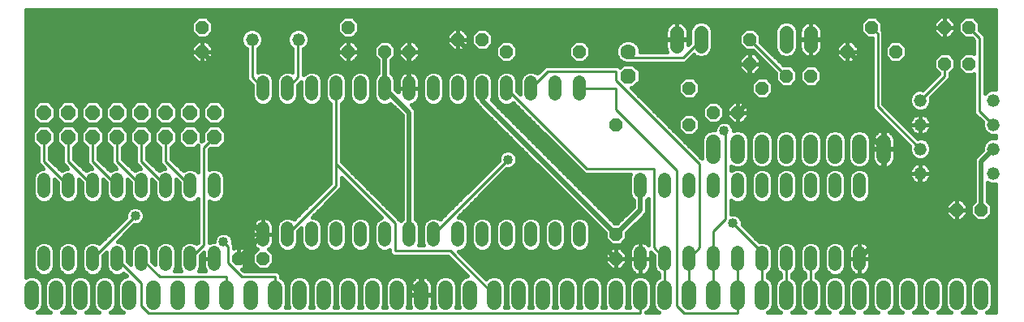
<source format=gbl>
G75*
%MOIN*%
%OFA0B0*%
%FSLAX24Y24*%
%IPPOS*%
%LPD*%
%AMOC8*
5,1,8,0,0,1.08239X$1,22.5*
%
%ADD10C,0.0520*%
%ADD11OC8,0.0600*%
%ADD12C,0.0600*%
%ADD13OC8,0.0520*%
%ADD14C,0.0520*%
%ADD15OC8,0.0630*%
%ADD16C,0.0630*%
%ADD17C,0.0560*%
%ADD18C,0.0200*%
%ADD19C,0.0160*%
%ADD20C,0.0100*%
%ADD21C,0.0400*%
D10*
X001180Y002420D02*
X001180Y002940D01*
X002180Y002940D02*
X002180Y002420D01*
X003180Y002420D02*
X003180Y002940D01*
X004180Y002940D02*
X004180Y002420D01*
X005180Y002420D02*
X005180Y002940D01*
X006180Y002940D02*
X006180Y002420D01*
X007180Y002420D02*
X007180Y002940D01*
X008180Y002940D02*
X008180Y002420D01*
X010180Y003420D02*
X010180Y003940D01*
X011180Y003940D02*
X011180Y003420D01*
X012180Y003420D02*
X012180Y003940D01*
X013180Y003940D02*
X013180Y003420D01*
X014180Y003420D02*
X014180Y003940D01*
X015180Y003940D02*
X015180Y003420D01*
X016180Y003420D02*
X016180Y003940D01*
X017180Y003940D02*
X017180Y003420D01*
X018180Y003420D02*
X018180Y003940D01*
X019180Y003940D02*
X019180Y003420D01*
X020180Y003420D02*
X020180Y003940D01*
X021180Y003940D02*
X021180Y003420D01*
X022180Y003420D02*
X022180Y003940D01*
X023180Y003940D02*
X023180Y003420D01*
X025680Y002940D02*
X025680Y002420D01*
X026680Y002420D02*
X026680Y002940D01*
X027680Y002940D02*
X027680Y002420D01*
X028680Y002420D02*
X028680Y002940D01*
X029680Y002940D02*
X029680Y002420D01*
X030680Y002420D02*
X030680Y002940D01*
X031680Y002940D02*
X031680Y002420D01*
X032680Y002420D02*
X032680Y002940D01*
X033680Y002940D02*
X033680Y002420D01*
X034680Y002420D02*
X034680Y002940D01*
X034680Y005420D02*
X034680Y005940D01*
X033680Y005940D02*
X033680Y005420D01*
X032680Y005420D02*
X032680Y005940D01*
X031680Y005940D02*
X031680Y005420D01*
X030680Y005420D02*
X030680Y005940D01*
X029680Y005940D02*
X029680Y005420D01*
X028680Y005420D02*
X028680Y005940D01*
X027680Y005940D02*
X027680Y005420D01*
X026680Y005420D02*
X026680Y005940D01*
X025680Y005940D02*
X025680Y005420D01*
X023180Y009420D02*
X023180Y009940D01*
X022180Y009940D02*
X022180Y009420D01*
X021180Y009420D02*
X021180Y009940D01*
X020180Y009940D02*
X020180Y009420D01*
X019180Y009420D02*
X019180Y009940D01*
X018180Y009940D02*
X018180Y009420D01*
X017180Y009420D02*
X017180Y009940D01*
X016180Y009940D02*
X016180Y009420D01*
X015180Y009420D02*
X015180Y009940D01*
X014180Y009940D02*
X014180Y009420D01*
X013180Y009420D02*
X013180Y009940D01*
X012180Y009940D02*
X012180Y009420D01*
X011180Y009420D02*
X011180Y009940D01*
X010180Y009940D02*
X010180Y009420D01*
X008180Y005940D02*
X008180Y005420D01*
X007180Y005420D02*
X007180Y005940D01*
X006180Y005940D02*
X006180Y005420D01*
X005180Y005420D02*
X005180Y005940D01*
X004180Y005940D02*
X004180Y005420D01*
X003180Y005420D02*
X003180Y005940D01*
X002180Y005940D02*
X002180Y005420D01*
X001180Y005420D02*
X001180Y005940D01*
D11*
X001180Y007680D03*
X002180Y007680D03*
X003180Y007680D03*
X004180Y007680D03*
X005180Y007680D03*
X006180Y007680D03*
X007180Y007680D03*
X008180Y007680D03*
X008180Y008680D03*
X007180Y008680D03*
X006180Y008680D03*
X005180Y008680D03*
X004180Y008680D03*
X003180Y008680D03*
X002180Y008680D03*
X001180Y008680D03*
D12*
X000680Y001480D02*
X000680Y000880D01*
X001680Y000880D02*
X001680Y001480D01*
X002680Y001480D02*
X002680Y000880D01*
X003680Y000880D02*
X003680Y001480D01*
X004680Y001480D02*
X004680Y000880D01*
X005680Y000880D02*
X005680Y001480D01*
X006680Y001480D02*
X006680Y000880D01*
X007680Y000880D02*
X007680Y001480D01*
X008680Y001480D02*
X008680Y000880D01*
X009680Y000880D02*
X009680Y001480D01*
X010680Y001480D02*
X010680Y000880D01*
X011680Y000880D02*
X011680Y001480D01*
X012680Y001480D02*
X012680Y000880D01*
X013680Y000880D02*
X013680Y001480D01*
X014680Y001480D02*
X014680Y000880D01*
X015680Y000880D02*
X015680Y001480D01*
X016680Y001480D02*
X016680Y000880D01*
X017680Y000880D02*
X017680Y001480D01*
X018680Y001480D02*
X018680Y000880D01*
X019680Y000880D02*
X019680Y001480D01*
X020680Y001480D02*
X020680Y000880D01*
X021680Y000880D02*
X021680Y001480D01*
X022680Y001480D02*
X022680Y000880D01*
X023680Y000880D02*
X023680Y001480D01*
X024680Y001480D02*
X024680Y000880D01*
X025680Y000880D02*
X025680Y001480D01*
X026680Y001480D02*
X026680Y000880D01*
X027680Y000880D02*
X027680Y001480D01*
X028680Y001480D02*
X028680Y000880D01*
X029680Y000880D02*
X029680Y001480D01*
X030680Y001480D02*
X030680Y000880D01*
X031680Y000880D02*
X031680Y001480D01*
X032680Y001480D02*
X032680Y000880D01*
X033680Y000880D02*
X033680Y001480D01*
X034680Y001480D02*
X034680Y000880D01*
X035680Y000880D02*
X035680Y001480D01*
X036680Y001480D02*
X036680Y000880D01*
X037680Y000880D02*
X037680Y001480D01*
X038680Y001480D02*
X038680Y000880D01*
X039680Y000880D02*
X039680Y001480D01*
X035680Y006880D02*
X035680Y007480D01*
X034680Y007480D02*
X034680Y006880D01*
X033680Y006880D02*
X033680Y007480D01*
X032680Y007480D02*
X032680Y006880D01*
X031680Y006880D02*
X031680Y007480D01*
X030680Y007480D02*
X030680Y006880D01*
X029680Y006880D02*
X029680Y007480D01*
X028680Y007480D02*
X028680Y006880D01*
D13*
X027680Y008180D03*
X028680Y008680D03*
X029680Y008680D03*
X030680Y009680D03*
X031680Y010180D03*
X032680Y010180D03*
X030180Y010680D03*
X027680Y009680D03*
X024680Y008180D03*
X023180Y011180D03*
X020180Y011180D03*
X019180Y011680D03*
X018180Y011680D03*
X016180Y011180D03*
X015180Y011180D03*
X013680Y011180D03*
X013680Y012180D03*
X007680Y012180D03*
X007680Y011180D03*
X030180Y011680D03*
X034190Y011180D03*
X036170Y011180D03*
X038180Y010680D03*
X039180Y010680D03*
X039180Y012180D03*
X038180Y012180D03*
X035180Y012180D03*
X038680Y004680D03*
X039680Y004680D03*
X024680Y003680D03*
X024680Y002680D03*
X010180Y002680D03*
X009180Y002680D03*
D14*
X009730Y011680D03*
X011630Y011680D03*
X037180Y009180D03*
X037180Y008180D03*
X037180Y007180D03*
X037180Y006180D03*
X040180Y006180D03*
X040180Y007180D03*
X040180Y008180D03*
X040180Y009180D03*
D15*
X025180Y010180D03*
D16*
X025180Y011180D03*
D17*
X027180Y011400D02*
X027180Y011960D01*
X028180Y011960D02*
X028180Y011400D01*
X031680Y011400D02*
X031680Y011960D01*
X032680Y011960D02*
X032680Y011400D01*
D18*
X034190Y011180D02*
X034243Y011180D01*
X035180Y010243D01*
X035180Y007680D01*
X035680Y007180D01*
X037180Y006180D02*
X037180Y005180D01*
X036743Y004743D01*
X036805Y004680D01*
X038680Y004680D01*
X039680Y004680D02*
X039680Y006680D01*
X040180Y007180D01*
X036743Y004743D02*
X034680Y002680D01*
X025680Y004680D02*
X025680Y005680D01*
X025680Y004680D02*
X024680Y003680D01*
X019180Y009180D01*
X019180Y009680D01*
X018680Y009243D02*
X018680Y011180D01*
X018180Y011680D01*
X016180Y011180D02*
X016180Y009680D01*
X016180Y008680D02*
X015180Y009680D01*
X015180Y011180D01*
X018680Y009243D02*
X023680Y004243D01*
X023680Y003680D01*
X024680Y002680D01*
X016680Y001180D02*
X016180Y001680D01*
X016180Y001743D01*
X015743Y002180D01*
X009430Y002180D01*
X009430Y002805D01*
X009368Y002868D01*
X010180Y003680D01*
X008680Y005180D01*
X008680Y010180D01*
X007680Y011180D01*
X016180Y008680D02*
X016180Y003680D01*
X009368Y002868D02*
X009180Y002680D01*
X029680Y008680D02*
X030180Y009180D01*
X030180Y010680D01*
D19*
X000952Y000473D02*
X000920Y000460D01*
X001440Y000460D01*
X001408Y000473D01*
X001273Y000608D01*
X001200Y000785D01*
X001200Y001575D01*
X001273Y001752D01*
X001408Y001887D01*
X001585Y001960D01*
X001775Y001960D01*
X001952Y001887D01*
X002087Y001752D01*
X002160Y001575D01*
X002160Y000785D01*
X002087Y000608D01*
X001952Y000473D01*
X001920Y000460D01*
X002440Y000460D01*
X002408Y000473D01*
X002273Y000608D01*
X002200Y000785D01*
X002200Y001575D01*
X002273Y001752D01*
X002408Y001887D01*
X002585Y001960D01*
X002775Y001960D01*
X002952Y001887D01*
X003087Y001752D01*
X003160Y001575D01*
X003160Y000785D01*
X003087Y000608D01*
X002952Y000473D01*
X002920Y000460D01*
X003440Y000460D01*
X003408Y000473D01*
X003273Y000608D01*
X003200Y000785D01*
X003200Y001575D01*
X003273Y001752D01*
X003408Y001887D01*
X003585Y001960D01*
X003775Y001960D01*
X003952Y001887D01*
X004087Y001752D01*
X004160Y001575D01*
X004160Y000785D01*
X004087Y000608D01*
X003952Y000473D01*
X003920Y000460D01*
X004440Y000460D01*
X004408Y000473D01*
X004273Y000608D01*
X004200Y000785D01*
X004200Y001575D01*
X004273Y001752D01*
X004408Y001887D01*
X004578Y001957D01*
X004458Y002076D01*
X004429Y002047D01*
X004268Y001980D01*
X004092Y001980D01*
X003931Y002047D01*
X003807Y002171D01*
X003740Y002332D01*
X003740Y002915D01*
X003620Y002795D01*
X003620Y002332D01*
X003553Y002171D01*
X003429Y002047D01*
X003268Y001980D01*
X003092Y001980D01*
X002931Y002047D01*
X002807Y002171D01*
X002740Y002332D01*
X002740Y003028D01*
X002807Y003189D01*
X002931Y003313D01*
X003092Y003380D01*
X003268Y003380D01*
X003429Y003313D01*
X003458Y003284D01*
X004550Y004375D01*
X004550Y004506D01*
X004608Y004645D01*
X004715Y004752D01*
X004854Y004810D01*
X005006Y004810D01*
X005145Y004752D01*
X005252Y004645D01*
X005310Y004506D01*
X005310Y004354D01*
X005252Y004215D01*
X005145Y004108D01*
X005006Y004050D01*
X004875Y004050D01*
X004205Y003380D01*
X004268Y003380D01*
X004429Y003313D01*
X004553Y003189D01*
X004620Y003028D01*
X004620Y002565D01*
X004740Y002445D01*
X004740Y003028D01*
X004807Y003189D01*
X004931Y003313D01*
X005092Y003380D01*
X005268Y003380D01*
X005429Y003313D01*
X005553Y003189D01*
X005620Y003028D01*
X005620Y002565D01*
X005740Y002445D01*
X005740Y003028D01*
X005807Y003189D01*
X005931Y003313D01*
X006092Y003380D01*
X006268Y003380D01*
X006429Y003313D01*
X006553Y003189D01*
X006620Y003028D01*
X006620Y002332D01*
X006553Y002171D01*
X006542Y002160D01*
X006818Y002160D01*
X006807Y002171D01*
X006740Y002332D01*
X006740Y003028D01*
X006807Y003189D01*
X006931Y003313D01*
X007092Y003380D01*
X007268Y003380D01*
X007429Y003313D01*
X007458Y003284D01*
X007513Y003338D01*
X007513Y005130D01*
X007429Y005047D01*
X007268Y004980D01*
X007092Y004980D01*
X006931Y005047D01*
X006807Y005171D01*
X006740Y005332D01*
X006740Y005795D01*
X006620Y005915D01*
X006620Y005332D01*
X006553Y005171D01*
X006429Y005047D01*
X006268Y004980D01*
X006092Y004980D01*
X005931Y005047D01*
X005807Y005171D01*
X005740Y005332D01*
X005740Y005795D01*
X005620Y005915D01*
X005620Y005332D01*
X005553Y005171D01*
X005429Y005047D01*
X005268Y004980D01*
X005092Y004980D01*
X004931Y005047D01*
X004807Y005171D01*
X004740Y005332D01*
X004740Y005795D01*
X004620Y005915D01*
X004620Y005332D01*
X004553Y005171D01*
X004429Y005047D01*
X004268Y004980D01*
X004092Y004980D01*
X003931Y005047D01*
X003807Y005171D01*
X003740Y005332D01*
X003740Y005795D01*
X003620Y005915D01*
X003620Y005332D01*
X003553Y005171D01*
X003429Y005047D01*
X003268Y004980D01*
X003092Y004980D01*
X002931Y005047D01*
X002807Y005171D01*
X002740Y005332D01*
X002740Y005795D01*
X002620Y005915D01*
X002620Y005332D01*
X002553Y005171D01*
X002429Y005047D01*
X002268Y004980D01*
X002092Y004980D01*
X001931Y005047D01*
X001807Y005171D01*
X001740Y005332D01*
X001740Y005795D01*
X001620Y005915D01*
X001620Y005332D01*
X001553Y005171D01*
X001429Y005047D01*
X001268Y004980D01*
X001092Y004980D01*
X000931Y005047D01*
X000807Y005171D01*
X000740Y005332D01*
X000740Y006028D01*
X000807Y006189D01*
X000931Y006313D01*
X001092Y006380D01*
X001155Y006380D01*
X001085Y006450D01*
X000950Y006585D01*
X000950Y007231D01*
X000700Y007481D01*
X000700Y007879D01*
X000981Y008160D01*
X001379Y008160D01*
X001660Y007879D01*
X001660Y007481D01*
X001410Y007231D01*
X001410Y006775D01*
X001902Y006284D01*
X001931Y006313D01*
X002092Y006380D01*
X002155Y006380D01*
X002085Y006450D01*
X001950Y006585D01*
X001950Y007231D01*
X001700Y007481D01*
X001700Y007879D01*
X001981Y008160D01*
X002379Y008160D01*
X002660Y007879D01*
X002660Y007481D01*
X002410Y007231D01*
X002410Y006775D01*
X002902Y006284D01*
X002931Y006313D01*
X003092Y006380D01*
X003155Y006380D01*
X003085Y006450D01*
X002950Y006585D01*
X002950Y007231D01*
X002700Y007481D01*
X002700Y007879D01*
X002981Y008160D01*
X003379Y008160D01*
X003660Y007879D01*
X003660Y007481D01*
X003410Y007231D01*
X003410Y006775D01*
X003902Y006284D01*
X003931Y006313D01*
X004092Y006380D01*
X004155Y006380D01*
X004085Y006450D01*
X003950Y006585D01*
X003950Y007231D01*
X003700Y007481D01*
X003700Y007879D01*
X003981Y008160D01*
X004379Y008160D01*
X004660Y007879D01*
X004660Y007481D01*
X004410Y007231D01*
X004410Y006775D01*
X004902Y006284D01*
X004931Y006313D01*
X005092Y006380D01*
X005155Y006380D01*
X005085Y006450D01*
X004950Y006585D01*
X004950Y007231D01*
X004700Y007481D01*
X004700Y007879D01*
X004981Y008160D01*
X005379Y008160D01*
X005660Y007879D01*
X005660Y007481D01*
X005410Y007231D01*
X005410Y006775D01*
X005902Y006284D01*
X005931Y006313D01*
X006092Y006380D01*
X006155Y006380D01*
X006085Y006450D01*
X005950Y006585D01*
X005950Y007231D01*
X005700Y007481D01*
X005700Y007879D01*
X005981Y008160D01*
X006379Y008160D01*
X006660Y007879D01*
X006660Y007481D01*
X006410Y007231D01*
X006410Y006775D01*
X006902Y006284D01*
X006931Y006313D01*
X007092Y006380D01*
X007268Y006380D01*
X007429Y006313D01*
X007513Y006230D01*
X007513Y007334D01*
X007379Y007200D01*
X006981Y007200D01*
X006700Y007481D01*
X006700Y007879D01*
X006981Y008160D01*
X007379Y008160D01*
X007660Y007879D01*
X007660Y007485D01*
X007700Y007525D01*
X007700Y007879D01*
X007981Y008160D01*
X008379Y008160D01*
X008660Y007879D01*
X008660Y007481D01*
X008379Y007200D01*
X008025Y007200D01*
X007972Y007147D01*
X007972Y006330D01*
X008092Y006380D01*
X008268Y006380D01*
X008429Y006313D01*
X008553Y006189D01*
X008620Y006028D01*
X008620Y005332D01*
X008553Y005171D01*
X008429Y005047D01*
X008268Y004980D01*
X008092Y004980D01*
X007972Y005030D01*
X007972Y003328D01*
X008011Y003348D01*
X008077Y003369D01*
X008145Y003380D01*
X008175Y003380D01*
X008175Y003443D01*
X008233Y003583D01*
X008340Y003690D01*
X008479Y003747D01*
X008631Y003747D01*
X008770Y003690D01*
X008877Y003583D01*
X008935Y003443D01*
X008935Y003313D01*
X008972Y003275D01*
X008972Y003095D01*
X008998Y003120D01*
X009180Y003120D01*
X009180Y002680D01*
X009180Y002680D01*
X009620Y002680D01*
X009620Y002862D01*
X009362Y003120D01*
X009180Y003120D01*
X009180Y002680D01*
X009180Y002680D01*
X009620Y002680D01*
X009620Y002498D01*
X009362Y002240D01*
X009320Y002240D01*
X009400Y002160D01*
X010775Y002160D01*
X010910Y002025D01*
X010910Y001904D01*
X010952Y001887D01*
X011087Y001752D01*
X011160Y001575D01*
X011160Y000785D01*
X011108Y000660D01*
X011252Y000660D01*
X011200Y000785D01*
X011200Y001575D01*
X011273Y001752D01*
X011408Y001887D01*
X011585Y001960D01*
X011775Y001960D01*
X011952Y001887D01*
X012087Y001752D01*
X012160Y001575D01*
X012160Y000785D01*
X012108Y000660D01*
X012252Y000660D01*
X012200Y000785D01*
X012200Y001575D01*
X012273Y001752D01*
X012408Y001887D01*
X012585Y001960D01*
X012775Y001960D01*
X012952Y001887D01*
X013087Y001752D01*
X013160Y001575D01*
X013160Y000785D01*
X013108Y000660D01*
X013252Y000660D01*
X013200Y000785D01*
X013200Y001575D01*
X013273Y001752D01*
X013408Y001887D01*
X013585Y001960D01*
X013775Y001960D01*
X013952Y001887D01*
X014087Y001752D01*
X014160Y001575D01*
X014160Y000785D01*
X014108Y000660D01*
X014252Y000660D01*
X014200Y000785D01*
X014200Y001575D01*
X014273Y001752D01*
X014408Y001887D01*
X014585Y001960D01*
X014775Y001960D01*
X014952Y001887D01*
X015087Y001752D01*
X015160Y001575D01*
X015160Y000785D01*
X015108Y000660D01*
X015252Y000660D01*
X015200Y000785D01*
X015200Y001575D01*
X015273Y001752D01*
X015408Y001887D01*
X015585Y001960D01*
X015775Y001960D01*
X015952Y001887D01*
X016087Y001752D01*
X016160Y001575D01*
X016160Y000785D01*
X016108Y000660D01*
X016253Y000660D01*
X016235Y000696D01*
X016212Y000768D01*
X016200Y000842D01*
X016200Y001160D01*
X016660Y001160D01*
X016660Y001200D01*
X016660Y001960D01*
X016642Y001960D01*
X016568Y001948D01*
X016496Y001925D01*
X016428Y001891D01*
X016367Y001846D01*
X016314Y001793D01*
X016269Y001732D01*
X016235Y001664D01*
X016212Y001592D01*
X016200Y001518D01*
X016200Y001200D01*
X016660Y001200D01*
X016700Y001200D01*
X016700Y001960D01*
X016718Y001960D01*
X016792Y001948D01*
X016864Y001925D01*
X016932Y001891D01*
X016993Y001846D01*
X017046Y001793D01*
X017091Y001732D01*
X017125Y001664D01*
X017148Y001592D01*
X017160Y001518D01*
X017160Y001200D01*
X016700Y001200D01*
X016700Y001160D01*
X017160Y001160D01*
X017160Y000842D01*
X017148Y000768D01*
X017125Y000696D01*
X017107Y000660D01*
X017252Y000660D01*
X017200Y000785D01*
X017200Y001575D01*
X017273Y001752D01*
X017408Y001887D01*
X017585Y001960D01*
X017775Y001960D01*
X017952Y001887D01*
X018087Y001752D01*
X018160Y001575D01*
X018160Y000785D01*
X018108Y000660D01*
X018252Y000660D01*
X018200Y000785D01*
X018200Y001575D01*
X018273Y001752D01*
X018408Y001887D01*
X018578Y001957D01*
X017772Y002763D01*
X015522Y002763D01*
X015388Y002897D01*
X015388Y003030D01*
X015268Y002980D01*
X015092Y002980D01*
X014931Y003047D01*
X014807Y003171D01*
X014740Y003332D01*
X014740Y004028D01*
X014807Y004189D01*
X014931Y004313D01*
X015048Y004362D01*
X013410Y006000D01*
X013410Y005585D01*
X013275Y005450D01*
X012205Y004380D01*
X012268Y004380D01*
X012429Y004313D01*
X012553Y004189D01*
X012620Y004028D01*
X012620Y003332D01*
X012553Y003171D01*
X012429Y003047D01*
X012268Y002980D01*
X012092Y002980D01*
X011931Y003047D01*
X011807Y003171D01*
X011740Y003332D01*
X011740Y003915D01*
X011620Y003795D01*
X011620Y003332D01*
X011553Y003171D01*
X011429Y003047D01*
X011268Y002980D01*
X011092Y002980D01*
X010931Y003047D01*
X010807Y003171D01*
X010740Y003332D01*
X010740Y004028D01*
X010807Y004189D01*
X010931Y004313D01*
X011092Y004380D01*
X011268Y004380D01*
X011429Y004313D01*
X011458Y004284D01*
X012950Y005775D01*
X012950Y009039D01*
X012931Y009047D01*
X012807Y009171D01*
X012740Y009332D01*
X012740Y010028D01*
X012807Y010189D01*
X012931Y010313D01*
X013092Y010380D01*
X013268Y010380D01*
X013429Y010313D01*
X013553Y010189D01*
X013620Y010028D01*
X013620Y009332D01*
X013553Y009171D01*
X013429Y009047D01*
X013410Y009039D01*
X013410Y006650D01*
X015839Y004221D01*
X015900Y004282D01*
X015900Y008564D01*
X015421Y009043D01*
X015268Y008980D01*
X015092Y008980D01*
X014931Y009047D01*
X014807Y009171D01*
X014740Y009332D01*
X014740Y010028D01*
X014807Y010189D01*
X014900Y010282D01*
X014900Y010838D01*
X014740Y010998D01*
X014740Y011362D01*
X014998Y011620D01*
X015362Y011620D01*
X015620Y011362D01*
X015620Y010998D01*
X015460Y010838D01*
X015460Y010282D01*
X015553Y010189D01*
X015620Y010028D01*
X015620Y009636D01*
X015740Y009516D01*
X015740Y009680D01*
X016180Y009680D01*
X016180Y009680D01*
X016180Y010380D01*
X016215Y010380D01*
X016283Y010369D01*
X016349Y010348D01*
X016411Y010316D01*
X016467Y010276D01*
X016516Y010227D01*
X016556Y010171D01*
X016588Y010109D01*
X016609Y010043D01*
X016620Y009975D01*
X016620Y009680D01*
X016180Y009680D01*
X016180Y009680D01*
X016180Y009680D01*
X016180Y010380D01*
X016145Y010380D01*
X016077Y010369D01*
X016011Y010348D01*
X015949Y010316D01*
X015893Y010276D01*
X015844Y010227D01*
X015804Y010171D01*
X015772Y010109D01*
X015751Y010043D01*
X015740Y009975D01*
X015740Y009680D01*
X016180Y009680D01*
X016620Y009680D01*
X016620Y009385D01*
X016609Y009317D01*
X016588Y009251D01*
X016556Y009189D01*
X016516Y009133D01*
X016467Y009084D01*
X016411Y009044D01*
X016349Y009012D01*
X016283Y008991D01*
X016268Y008988D01*
X016339Y008917D01*
X016417Y008839D01*
X016460Y008736D01*
X016460Y004282D01*
X016553Y004189D01*
X016620Y004028D01*
X016620Y003332D01*
X016574Y003222D01*
X016786Y003222D01*
X016740Y003332D01*
X016740Y004028D01*
X016807Y004189D01*
X016931Y004313D01*
X017092Y004380D01*
X017268Y004380D01*
X017429Y004313D01*
X017458Y004284D01*
X019863Y006688D01*
X019863Y006818D01*
X019920Y006958D01*
X020027Y007065D01*
X020167Y007122D01*
X020318Y007122D01*
X020458Y007065D01*
X020565Y006958D01*
X020622Y006818D01*
X020622Y006667D01*
X020565Y006527D01*
X020458Y006420D01*
X020318Y006363D01*
X020188Y006363D01*
X018205Y004380D01*
X018268Y004380D01*
X018429Y004313D01*
X018553Y004189D01*
X018620Y004028D01*
X018620Y003332D01*
X018553Y003171D01*
X018429Y003047D01*
X018268Y002980D01*
X018205Y002980D01*
X019353Y001832D01*
X019408Y001887D01*
X019585Y001960D01*
X019775Y001960D01*
X019952Y001887D01*
X020087Y001752D01*
X020160Y001575D01*
X020160Y000785D01*
X020108Y000660D01*
X020252Y000660D01*
X020200Y000785D01*
X020200Y001575D01*
X020273Y001752D01*
X020408Y001887D01*
X020585Y001960D01*
X020775Y001960D01*
X020952Y001887D01*
X021087Y001752D01*
X021160Y001575D01*
X021160Y000785D01*
X021108Y000660D01*
X021252Y000660D01*
X021200Y000785D01*
X021200Y001575D01*
X021273Y001752D01*
X021408Y001887D01*
X021585Y001960D01*
X021775Y001960D01*
X021952Y001887D01*
X022087Y001752D01*
X022160Y001575D01*
X022160Y000785D01*
X022108Y000660D01*
X022252Y000660D01*
X022200Y000785D01*
X022200Y001575D01*
X022273Y001752D01*
X022408Y001887D01*
X022585Y001960D01*
X022775Y001960D01*
X022952Y001887D01*
X023087Y001752D01*
X023160Y001575D01*
X023160Y000785D01*
X023108Y000660D01*
X023252Y000660D01*
X023200Y000785D01*
X023200Y001575D01*
X023273Y001752D01*
X023408Y001887D01*
X023585Y001960D01*
X023775Y001960D01*
X023952Y001887D01*
X024087Y001752D01*
X024160Y001575D01*
X024160Y000785D01*
X024108Y000660D01*
X024252Y000660D01*
X024200Y000785D01*
X024200Y001575D01*
X024273Y001752D01*
X024408Y001887D01*
X024585Y001960D01*
X024775Y001960D01*
X024952Y001887D01*
X025087Y001752D01*
X025160Y001575D01*
X025160Y000785D01*
X025108Y000660D01*
X025252Y000660D01*
X025200Y000785D01*
X025200Y001575D01*
X025273Y001752D01*
X025408Y001887D01*
X025585Y001960D01*
X025775Y001960D01*
X025952Y001887D01*
X026087Y001752D01*
X026160Y001575D01*
X026160Y000785D01*
X026087Y000608D01*
X025952Y000473D01*
X025920Y000460D01*
X026440Y000460D01*
X026408Y000473D01*
X026273Y000608D01*
X026200Y000785D01*
X026200Y001575D01*
X026273Y001752D01*
X026408Y001887D01*
X026450Y001904D01*
X026450Y002039D01*
X026431Y002047D01*
X026307Y002171D01*
X026240Y002332D01*
X026240Y002795D01*
X026120Y002915D01*
X026120Y002680D01*
X025680Y002680D01*
X025680Y002680D01*
X025680Y002680D01*
X025680Y003380D01*
X025715Y003380D01*
X025783Y003369D01*
X025849Y003348D01*
X025911Y003316D01*
X025967Y003276D01*
X026013Y003230D01*
X026013Y005130D01*
X025960Y005078D01*
X025960Y004624D01*
X025917Y004521D01*
X025839Y004443D01*
X025120Y003724D01*
X025120Y003498D01*
X024862Y003240D01*
X024498Y003240D01*
X024240Y003498D01*
X024240Y003724D01*
X019021Y008943D01*
X018943Y009021D01*
X018932Y009046D01*
X018931Y009047D01*
X018807Y009171D01*
X018740Y009332D01*
X018740Y010028D01*
X018807Y010189D01*
X018931Y010313D01*
X019092Y010380D01*
X019268Y010380D01*
X019429Y010313D01*
X019553Y010189D01*
X019620Y010028D01*
X019620Y009332D01*
X019562Y009194D01*
X024636Y004120D01*
X024724Y004120D01*
X025400Y004796D01*
X025400Y005078D01*
X025307Y005171D01*
X025240Y005332D01*
X025240Y006028D01*
X025286Y006138D01*
X023397Y006138D01*
X023263Y006272D01*
X020458Y009076D01*
X020429Y009047D01*
X020268Y008980D01*
X020092Y008980D01*
X019931Y009047D01*
X019807Y009171D01*
X019740Y009332D01*
X019740Y010028D01*
X019807Y010189D01*
X019931Y010313D01*
X020092Y010380D01*
X020268Y010380D01*
X020429Y010313D01*
X020553Y010189D01*
X020620Y010028D01*
X020620Y009565D01*
X020740Y009445D01*
X020740Y010028D01*
X020807Y010189D01*
X020931Y010313D01*
X021092Y010380D01*
X021268Y010380D01*
X021429Y010313D01*
X021458Y010284D01*
X021638Y010463D01*
X021772Y010597D01*
X024775Y010597D01*
X024836Y010536D01*
X024975Y010675D01*
X025385Y010675D01*
X025675Y010385D01*
X025675Y009975D01*
X025385Y009685D01*
X025313Y009685D01*
X028200Y006798D01*
X028200Y007575D01*
X028273Y007752D01*
X028408Y007887D01*
X028585Y007960D01*
X028738Y007960D01*
X028738Y008006D01*
X028795Y008145D01*
X028902Y008252D01*
X029042Y008310D01*
X029193Y008310D01*
X029333Y008252D01*
X029440Y008145D01*
X029497Y008006D01*
X029497Y007924D01*
X029585Y007960D01*
X029775Y007960D01*
X029952Y007887D01*
X030087Y007752D01*
X030160Y007575D01*
X030160Y006785D01*
X030087Y006608D01*
X029952Y006473D01*
X029775Y006400D01*
X029585Y006400D01*
X029410Y006472D01*
X029410Y006292D01*
X029431Y006313D01*
X029592Y006380D01*
X029768Y006380D01*
X029929Y006313D01*
X030053Y006189D01*
X030120Y006028D01*
X030120Y005332D01*
X030053Y005171D01*
X029929Y005047D01*
X029768Y004980D01*
X029592Y004980D01*
X029431Y005047D01*
X029410Y005068D01*
X029410Y004495D01*
X029417Y004497D01*
X029568Y004497D01*
X029708Y004440D01*
X029815Y004333D01*
X029872Y004193D01*
X029872Y004063D01*
X030566Y003369D01*
X030592Y003380D01*
X030768Y003380D01*
X030929Y003313D01*
X031053Y003189D01*
X031120Y003028D01*
X031120Y002332D01*
X031053Y002171D01*
X030929Y002047D01*
X030910Y002039D01*
X030910Y001904D01*
X030952Y001887D01*
X031087Y001752D01*
X031160Y001575D01*
X031160Y000785D01*
X031087Y000608D01*
X030952Y000473D01*
X030920Y000460D01*
X031440Y000460D01*
X031408Y000473D01*
X031273Y000608D01*
X031200Y000785D01*
X031200Y001575D01*
X031273Y001752D01*
X031408Y001887D01*
X031450Y001904D01*
X031450Y002039D01*
X031431Y002047D01*
X031307Y002171D01*
X031240Y002332D01*
X031240Y003028D01*
X031307Y003189D01*
X031431Y003313D01*
X031592Y003380D01*
X031768Y003380D01*
X031929Y003313D01*
X032053Y003189D01*
X032120Y003028D01*
X032120Y002332D01*
X032053Y002171D01*
X031929Y002047D01*
X031910Y002039D01*
X031910Y001904D01*
X031952Y001887D01*
X032087Y001752D01*
X032160Y001575D01*
X032160Y000785D01*
X032087Y000608D01*
X031952Y000473D01*
X031920Y000460D01*
X032440Y000460D01*
X032408Y000473D01*
X032273Y000608D01*
X032200Y000785D01*
X032200Y001575D01*
X032273Y001752D01*
X032408Y001887D01*
X032450Y001904D01*
X032450Y002039D01*
X032431Y002047D01*
X032307Y002171D01*
X032240Y002332D01*
X032240Y003028D01*
X032307Y003189D01*
X032431Y003313D01*
X032592Y003380D01*
X032768Y003380D01*
X032929Y003313D01*
X033053Y003189D01*
X033120Y003028D01*
X033120Y002332D01*
X033053Y002171D01*
X032929Y002047D01*
X032910Y002039D01*
X032910Y001904D01*
X032952Y001887D01*
X033087Y001752D01*
X033160Y001575D01*
X033160Y000785D01*
X033087Y000608D01*
X032952Y000473D01*
X032920Y000460D01*
X033440Y000460D01*
X033408Y000473D01*
X033273Y000608D01*
X033200Y000785D01*
X033200Y001575D01*
X033273Y001752D01*
X033408Y001887D01*
X033585Y001960D01*
X033775Y001960D01*
X033952Y001887D01*
X034087Y001752D01*
X034160Y001575D01*
X034160Y000785D01*
X034087Y000608D01*
X033952Y000473D01*
X033920Y000460D01*
X034440Y000460D01*
X034408Y000473D01*
X034273Y000608D01*
X034200Y000785D01*
X034200Y001575D01*
X034273Y001752D01*
X034408Y001887D01*
X034585Y001960D01*
X034775Y001960D01*
X034952Y001887D01*
X035087Y001752D01*
X035160Y001575D01*
X035160Y000785D01*
X035087Y000608D01*
X034952Y000473D01*
X034920Y000460D01*
X035440Y000460D01*
X035408Y000473D01*
X035273Y000608D01*
X035200Y000785D01*
X035200Y001575D01*
X035273Y001752D01*
X035408Y001887D01*
X035585Y001960D01*
X035775Y001960D01*
X035952Y001887D01*
X036087Y001752D01*
X036160Y001575D01*
X036160Y000785D01*
X036087Y000608D01*
X035952Y000473D01*
X035920Y000460D01*
X036440Y000460D01*
X036408Y000473D01*
X036273Y000608D01*
X036200Y000785D01*
X036200Y001575D01*
X036273Y001752D01*
X036408Y001887D01*
X036585Y001960D01*
X036775Y001960D01*
X036952Y001887D01*
X037087Y001752D01*
X037160Y001575D01*
X037160Y000785D01*
X037087Y000608D01*
X036952Y000473D01*
X036920Y000460D01*
X037440Y000460D01*
X037408Y000473D01*
X037273Y000608D01*
X037200Y000785D01*
X037200Y001575D01*
X037273Y001752D01*
X037408Y001887D01*
X037585Y001960D01*
X037775Y001960D01*
X037952Y001887D01*
X038087Y001752D01*
X038160Y001575D01*
X038160Y000785D01*
X038087Y000608D01*
X037952Y000473D01*
X037920Y000460D01*
X038440Y000460D01*
X038408Y000473D01*
X038273Y000608D01*
X038200Y000785D01*
X038200Y001575D01*
X038273Y001752D01*
X038408Y001887D01*
X038585Y001960D01*
X038775Y001960D01*
X038952Y001887D01*
X039087Y001752D01*
X039160Y001575D01*
X039160Y000785D01*
X039087Y000608D01*
X038952Y000473D01*
X038920Y000460D01*
X039440Y000460D01*
X039408Y000473D01*
X039273Y000608D01*
X039200Y000785D01*
X039200Y001575D01*
X039273Y001752D01*
X039408Y001887D01*
X039585Y001960D01*
X039775Y001960D01*
X039952Y001887D01*
X040087Y001752D01*
X040160Y001575D01*
X040160Y000785D01*
X040087Y000608D01*
X039952Y000473D01*
X039920Y000460D01*
X040270Y000460D01*
X040270Y005741D01*
X040268Y005740D01*
X040092Y005740D01*
X039960Y005795D01*
X039960Y005022D01*
X040120Y004862D01*
X040120Y004498D01*
X039862Y004240D01*
X039498Y004240D01*
X039240Y004498D01*
X039240Y004862D01*
X039400Y005022D01*
X039400Y006736D01*
X039443Y006839D01*
X039740Y007136D01*
X039740Y007268D01*
X039807Y007429D01*
X039931Y007553D01*
X040092Y007620D01*
X040268Y007620D01*
X040270Y007619D01*
X040270Y007741D01*
X040268Y007740D01*
X040092Y007740D01*
X039931Y007807D01*
X039807Y007931D01*
X039740Y008092D01*
X039740Y008268D01*
X039748Y008287D01*
X039522Y008513D01*
X039388Y008647D01*
X039388Y010265D01*
X039362Y010240D01*
X038998Y010240D01*
X038740Y010498D01*
X038740Y010862D01*
X038998Y011120D01*
X039362Y011120D01*
X039388Y011095D01*
X039388Y011647D01*
X039295Y011740D01*
X038998Y011740D01*
X038740Y011998D01*
X038740Y012362D01*
X038998Y012620D01*
X039362Y012620D01*
X039620Y012362D01*
X039620Y012065D01*
X039847Y011838D01*
X039847Y009470D01*
X039931Y009553D01*
X040092Y009620D01*
X040268Y009620D01*
X040270Y009619D01*
X040270Y012896D01*
X000460Y012896D01*
X000460Y001908D01*
X000585Y001960D01*
X000775Y001960D01*
X000952Y001887D01*
X001087Y001752D01*
X001160Y001575D01*
X001160Y000785D01*
X001087Y000608D01*
X000952Y000473D01*
X000976Y000497D02*
X001384Y000497D01*
X001253Y000656D02*
X001107Y000656D01*
X001160Y000814D02*
X001200Y000814D01*
X001200Y000973D02*
X001160Y000973D01*
X001160Y001131D02*
X001200Y001131D01*
X001200Y001290D02*
X001160Y001290D01*
X001160Y001448D02*
X001200Y001448D01*
X001213Y001607D02*
X001147Y001607D01*
X001074Y001765D02*
X001286Y001765D01*
X001268Y001980D02*
X001092Y001980D01*
X000931Y002047D01*
X000807Y002171D01*
X000740Y002332D01*
X000740Y003028D01*
X000807Y003189D01*
X000931Y003313D01*
X001092Y003380D01*
X001268Y003380D01*
X001429Y003313D01*
X001553Y003189D01*
X001620Y003028D01*
X001620Y002332D01*
X001553Y002171D01*
X001429Y002047D01*
X001268Y001980D01*
X001464Y002082D02*
X001896Y002082D01*
X001931Y002047D02*
X002092Y001980D01*
X002268Y001980D01*
X002429Y002047D01*
X002553Y002171D01*
X002620Y002332D01*
X002620Y003028D01*
X002553Y003189D01*
X002429Y003313D01*
X002268Y003380D01*
X002092Y003380D01*
X001931Y003313D01*
X001807Y003189D01*
X001740Y003028D01*
X001740Y002332D01*
X001807Y002171D01*
X001931Y002047D01*
X001864Y001924D02*
X002496Y001924D01*
X002464Y002082D02*
X002896Y002082D01*
X002864Y001924D02*
X003496Y001924D01*
X003464Y002082D02*
X003896Y002082D01*
X003864Y001924D02*
X004496Y001924D01*
X004286Y001765D02*
X004074Y001765D01*
X004147Y001607D02*
X004213Y001607D01*
X004200Y001448D02*
X004160Y001448D01*
X004160Y001290D02*
X004200Y001290D01*
X004200Y001131D02*
X004160Y001131D01*
X004160Y000973D02*
X004200Y000973D01*
X004200Y000814D02*
X004160Y000814D01*
X004107Y000656D02*
X004253Y000656D01*
X004384Y000497D02*
X003976Y000497D01*
X003384Y000497D02*
X002976Y000497D01*
X003107Y000656D02*
X003253Y000656D01*
X003200Y000814D02*
X003160Y000814D01*
X003160Y000973D02*
X003200Y000973D01*
X003200Y001131D02*
X003160Y001131D01*
X003160Y001290D02*
X003200Y001290D01*
X003200Y001448D02*
X003160Y001448D01*
X003147Y001607D02*
X003213Y001607D01*
X003286Y001765D02*
X003074Y001765D01*
X002286Y001765D02*
X002074Y001765D01*
X002147Y001607D02*
X002213Y001607D01*
X002200Y001448D02*
X002160Y001448D01*
X002160Y001290D02*
X002200Y001290D01*
X002200Y001131D02*
X002160Y001131D01*
X002160Y000973D02*
X002200Y000973D01*
X002200Y000814D02*
X002160Y000814D01*
X002107Y000656D02*
X002253Y000656D01*
X002384Y000497D02*
X001976Y000497D01*
X001496Y001924D02*
X000864Y001924D01*
X000896Y002082D02*
X000460Y002082D01*
X000460Y001924D02*
X000496Y001924D01*
X000460Y002241D02*
X000778Y002241D01*
X000740Y002399D02*
X000460Y002399D01*
X000460Y002558D02*
X000740Y002558D01*
X000740Y002716D02*
X000460Y002716D01*
X000460Y002875D02*
X000740Y002875D01*
X000742Y003033D02*
X000460Y003033D01*
X000460Y003192D02*
X000809Y003192D01*
X001020Y003350D02*
X000460Y003350D01*
X000460Y003509D02*
X003683Y003509D01*
X003842Y003667D02*
X000460Y003667D01*
X000460Y003826D02*
X004000Y003826D01*
X004159Y003984D02*
X000460Y003984D01*
X000460Y004143D02*
X004317Y004143D01*
X004809Y003984D02*
X007513Y003984D01*
X007513Y003826D02*
X004651Y003826D01*
X004492Y003667D02*
X007513Y003667D01*
X007513Y003509D02*
X004334Y003509D01*
X004340Y003350D02*
X005020Y003350D01*
X005340Y003350D02*
X006020Y003350D01*
X006340Y003350D02*
X007020Y003350D01*
X007340Y003350D02*
X007513Y003350D01*
X007972Y003350D02*
X008018Y003350D01*
X007972Y003509D02*
X008202Y003509D01*
X008317Y003667D02*
X007972Y003667D01*
X007972Y003826D02*
X009740Y003826D01*
X009740Y003680D02*
X010180Y003680D01*
X010620Y003680D01*
X010620Y003975D01*
X010609Y004043D01*
X010588Y004109D01*
X010556Y004171D01*
X010516Y004227D01*
X010467Y004276D01*
X010411Y004316D01*
X010349Y004348D01*
X010283Y004369D01*
X010215Y004380D01*
X010180Y004380D01*
X010180Y003680D01*
X010180Y003680D01*
X010180Y003680D01*
X010620Y003680D01*
X010620Y003385D01*
X010609Y003317D01*
X010588Y003251D01*
X010556Y003189D01*
X010516Y003133D01*
X010467Y003084D01*
X010427Y003055D01*
X010620Y002862D01*
X010620Y002498D01*
X010362Y002240D01*
X009998Y002240D01*
X009740Y002498D01*
X009740Y002862D01*
X009933Y003055D01*
X009893Y003084D01*
X009844Y003133D01*
X009804Y003189D01*
X009772Y003251D01*
X009751Y003317D01*
X009740Y003385D01*
X009740Y003680D01*
X009740Y003975D01*
X009751Y004043D01*
X009772Y004109D01*
X009804Y004171D01*
X009844Y004227D01*
X009893Y004276D01*
X009949Y004316D01*
X010011Y004348D01*
X010077Y004369D01*
X010145Y004380D01*
X010180Y004380D01*
X010180Y003680D01*
X010180Y003680D01*
X009740Y003680D01*
X009740Y003667D02*
X008793Y003667D01*
X008908Y003509D02*
X009740Y003509D01*
X009746Y003350D02*
X008935Y003350D01*
X008972Y003192D02*
X009803Y003192D01*
X009911Y003033D02*
X009449Y003033D01*
X009608Y002875D02*
X009752Y002875D01*
X009740Y002716D02*
X009620Y002716D01*
X009620Y002558D02*
X009740Y002558D01*
X009180Y002716D02*
X009180Y002716D01*
X009180Y002875D02*
X009180Y002875D01*
X009180Y003033D02*
X009180Y003033D01*
X008180Y002680D02*
X008180Y002680D01*
X007740Y002680D01*
X007740Y002915D01*
X007620Y002795D01*
X007620Y002332D01*
X007553Y002171D01*
X007542Y002160D01*
X007825Y002160D01*
X007804Y002189D01*
X007772Y002251D01*
X007751Y002317D01*
X007740Y002385D01*
X007740Y002680D01*
X008180Y002680D01*
X007740Y002716D02*
X007620Y002716D01*
X007620Y002558D02*
X007740Y002558D01*
X007740Y002399D02*
X007620Y002399D01*
X007582Y002241D02*
X007778Y002241D01*
X006778Y002241D02*
X006582Y002241D01*
X006620Y002399D02*
X006740Y002399D01*
X006740Y002558D02*
X006620Y002558D01*
X006620Y002716D02*
X006740Y002716D01*
X006740Y002875D02*
X006620Y002875D01*
X006618Y003033D02*
X006742Y003033D01*
X006809Y003192D02*
X006551Y003192D01*
X005809Y003192D02*
X005551Y003192D01*
X005618Y003033D02*
X005742Y003033D01*
X005740Y002875D02*
X005620Y002875D01*
X005620Y002716D02*
X005740Y002716D01*
X005740Y002558D02*
X005628Y002558D01*
X004740Y002558D02*
X004628Y002558D01*
X004620Y002716D02*
X004740Y002716D01*
X004740Y002875D02*
X004620Y002875D01*
X004618Y003033D02*
X004742Y003033D01*
X004809Y003192D02*
X004551Y003192D01*
X003740Y002875D02*
X003700Y002875D01*
X003740Y002716D02*
X003620Y002716D01*
X003620Y002558D02*
X003740Y002558D01*
X003740Y002399D02*
X003620Y002399D01*
X003582Y002241D02*
X003778Y002241D01*
X002778Y002241D02*
X002582Y002241D01*
X002620Y002399D02*
X002740Y002399D01*
X002740Y002558D02*
X002620Y002558D01*
X002620Y002716D02*
X002740Y002716D01*
X002740Y002875D02*
X002620Y002875D01*
X002618Y003033D02*
X002742Y003033D01*
X002809Y003192D02*
X002551Y003192D01*
X002340Y003350D02*
X003020Y003350D01*
X003340Y003350D02*
X003525Y003350D01*
X002020Y003350D02*
X001340Y003350D01*
X001551Y003192D02*
X001809Y003192D01*
X001742Y003033D02*
X001618Y003033D01*
X001620Y002875D02*
X001740Y002875D01*
X001740Y002716D02*
X001620Y002716D01*
X001620Y002558D02*
X001740Y002558D01*
X001740Y002399D02*
X001620Y002399D01*
X001582Y002241D02*
X001778Y002241D01*
X005180Y004143D02*
X007513Y004143D01*
X007972Y004143D02*
X009789Y004143D01*
X009741Y003984D02*
X007972Y003984D01*
X007972Y004301D02*
X009928Y004301D01*
X010180Y004301D02*
X010180Y004301D01*
X010432Y004301D02*
X010919Y004301D01*
X010788Y004143D02*
X010571Y004143D01*
X010619Y003984D02*
X010740Y003984D01*
X010740Y003826D02*
X010620Y003826D01*
X010620Y003667D02*
X010740Y003667D01*
X010740Y003509D02*
X010620Y003509D01*
X010614Y003350D02*
X010740Y003350D01*
X010798Y003192D02*
X010557Y003192D01*
X010449Y003033D02*
X010965Y003033D01*
X010608Y002875D02*
X015410Y002875D01*
X014965Y003033D02*
X014395Y003033D01*
X014429Y003047D02*
X014553Y003171D01*
X014620Y003332D01*
X014620Y004028D01*
X014553Y004189D01*
X014429Y004313D01*
X014268Y004380D01*
X014092Y004380D01*
X013931Y004313D01*
X013807Y004189D01*
X013740Y004028D01*
X013740Y003332D01*
X013807Y003171D01*
X013931Y003047D01*
X014092Y002980D01*
X014268Y002980D01*
X014429Y003047D01*
X014562Y003192D02*
X014798Y003192D01*
X014740Y003350D02*
X014620Y003350D01*
X014620Y003509D02*
X014740Y003509D01*
X014740Y003667D02*
X014620Y003667D01*
X014620Y003826D02*
X014740Y003826D01*
X014740Y003984D02*
X014620Y003984D01*
X014572Y004143D02*
X014788Y004143D01*
X014919Y004301D02*
X014441Y004301D01*
X013919Y004301D02*
X013441Y004301D01*
X013429Y004313D02*
X013268Y004380D01*
X013092Y004380D01*
X012931Y004313D01*
X012807Y004189D01*
X012740Y004028D01*
X012740Y003332D01*
X012807Y003171D01*
X012931Y003047D01*
X013092Y002980D01*
X013268Y002980D01*
X013429Y003047D01*
X013553Y003171D01*
X013620Y003332D01*
X013620Y004028D01*
X013553Y004189D01*
X013429Y004313D01*
X012919Y004301D02*
X012441Y004301D01*
X012285Y004460D02*
X014950Y004460D01*
X014792Y004618D02*
X012443Y004618D01*
X012602Y004777D02*
X014633Y004777D01*
X014475Y004935D02*
X012760Y004935D01*
X012919Y005094D02*
X014316Y005094D01*
X014158Y005252D02*
X013077Y005252D01*
X013236Y005411D02*
X013999Y005411D01*
X013841Y005569D02*
X013394Y005569D01*
X013410Y005728D02*
X013682Y005728D01*
X013524Y005886D02*
X013410Y005886D01*
X012950Y005886D02*
X008620Y005886D01*
X008620Y005728D02*
X012902Y005728D01*
X012744Y005569D02*
X008620Y005569D01*
X008620Y005411D02*
X012585Y005411D01*
X012427Y005252D02*
X008587Y005252D01*
X008476Y005094D02*
X012268Y005094D01*
X012110Y004935D02*
X007972Y004935D01*
X007972Y004777D02*
X011951Y004777D01*
X011793Y004618D02*
X007972Y004618D01*
X007972Y004460D02*
X011634Y004460D01*
X011476Y004301D02*
X011441Y004301D01*
X012572Y004143D02*
X012788Y004143D01*
X012740Y003984D02*
X012620Y003984D01*
X012620Y003826D02*
X012740Y003826D01*
X012740Y003667D02*
X012620Y003667D01*
X012620Y003509D02*
X012740Y003509D01*
X012740Y003350D02*
X012620Y003350D01*
X012562Y003192D02*
X012798Y003192D01*
X012965Y003033D02*
X012395Y003033D01*
X011965Y003033D02*
X011395Y003033D01*
X011562Y003192D02*
X011798Y003192D01*
X011740Y003350D02*
X011620Y003350D01*
X011620Y003509D02*
X011740Y003509D01*
X011740Y003667D02*
X011620Y003667D01*
X011651Y003826D02*
X011740Y003826D01*
X010180Y003826D02*
X010180Y003826D01*
X010180Y003984D02*
X010180Y003984D01*
X010180Y004143D02*
X010180Y004143D01*
X007513Y004301D02*
X005288Y004301D01*
X005310Y004460D02*
X007513Y004460D01*
X007513Y004618D02*
X005263Y004618D01*
X005086Y004777D02*
X007513Y004777D01*
X007513Y004935D02*
X000460Y004935D01*
X000460Y004777D02*
X004774Y004777D01*
X004597Y004618D02*
X000460Y004618D01*
X000460Y004460D02*
X004550Y004460D01*
X004476Y004301D02*
X000460Y004301D01*
X000460Y005094D02*
X000884Y005094D01*
X000773Y005252D02*
X000460Y005252D01*
X000460Y005411D02*
X000740Y005411D01*
X000740Y005569D02*
X000460Y005569D01*
X000460Y005728D02*
X000740Y005728D01*
X000740Y005886D02*
X000460Y005886D01*
X000460Y006045D02*
X000747Y006045D01*
X000821Y006203D02*
X000460Y006203D01*
X000460Y006362D02*
X001048Y006362D01*
X001015Y006520D02*
X000460Y006520D01*
X000460Y006679D02*
X000950Y006679D01*
X001507Y006679D02*
X001950Y006679D01*
X002015Y006520D02*
X001665Y006520D01*
X001824Y006362D02*
X002048Y006362D01*
X002665Y006520D02*
X003015Y006520D01*
X003048Y006362D02*
X002824Y006362D01*
X002950Y006679D02*
X002507Y006679D01*
X002410Y006837D02*
X002950Y006837D01*
X002950Y006996D02*
X002410Y006996D01*
X002410Y007154D02*
X002950Y007154D01*
X002869Y007313D02*
X002491Y007313D01*
X002650Y007471D02*
X002710Y007471D01*
X002700Y007630D02*
X002660Y007630D01*
X002660Y007788D02*
X002700Y007788D01*
X002768Y007947D02*
X002592Y007947D01*
X002434Y008105D02*
X002926Y008105D01*
X002981Y008200D02*
X003379Y008200D01*
X003660Y008481D01*
X003660Y008879D01*
X003379Y009160D01*
X002981Y009160D01*
X002700Y008879D01*
X002700Y008481D01*
X002981Y008200D01*
X002918Y008264D02*
X002442Y008264D01*
X002379Y008200D02*
X002660Y008481D01*
X002660Y008879D01*
X002379Y009160D01*
X001981Y009160D01*
X001700Y008879D01*
X001700Y008481D01*
X001981Y008200D01*
X002379Y008200D01*
X002601Y008422D02*
X002759Y008422D01*
X002700Y008581D02*
X002660Y008581D01*
X002660Y008739D02*
X002700Y008739D01*
X002719Y008898D02*
X002641Y008898D01*
X002483Y009056D02*
X002877Y009056D01*
X003483Y009056D02*
X003877Y009056D01*
X003981Y009160D02*
X003700Y008879D01*
X003700Y008481D01*
X003981Y008200D01*
X004379Y008200D01*
X004660Y008481D01*
X004660Y008879D01*
X004379Y009160D01*
X003981Y009160D01*
X004483Y009056D02*
X004877Y009056D01*
X004981Y009160D02*
X004700Y008879D01*
X004700Y008481D01*
X004981Y008200D01*
X005379Y008200D01*
X005660Y008481D01*
X005660Y008879D01*
X005379Y009160D01*
X004981Y009160D01*
X005483Y009056D02*
X005877Y009056D01*
X005981Y009160D02*
X005700Y008879D01*
X005700Y008481D01*
X005981Y008200D01*
X006379Y008200D01*
X006660Y008481D01*
X006660Y008879D01*
X006379Y009160D01*
X005981Y009160D01*
X006483Y009056D02*
X006877Y009056D01*
X006981Y009160D02*
X006700Y008879D01*
X006700Y008481D01*
X006981Y008200D01*
X007379Y008200D01*
X007660Y008481D01*
X007660Y008879D01*
X007379Y009160D01*
X006981Y009160D01*
X007483Y009056D02*
X007877Y009056D01*
X007981Y009160D02*
X007700Y008879D01*
X007700Y008481D01*
X007981Y008200D01*
X008379Y008200D01*
X008660Y008481D01*
X008660Y008879D01*
X008379Y009160D01*
X007981Y009160D01*
X008483Y009056D02*
X009922Y009056D01*
X009931Y009047D02*
X010092Y008980D01*
X010268Y008980D01*
X010429Y009047D01*
X010553Y009171D01*
X010620Y009332D01*
X010620Y010028D01*
X010553Y010189D01*
X010429Y010313D01*
X010268Y010380D01*
X010092Y010380D01*
X009972Y010330D01*
X009972Y011304D01*
X009979Y011307D01*
X010103Y011431D01*
X010170Y011592D01*
X011190Y011592D01*
X011257Y011431D01*
X011381Y011307D01*
X011388Y011304D01*
X011388Y010330D01*
X011268Y010380D01*
X011092Y010380D01*
X010931Y010313D01*
X010807Y010189D01*
X010740Y010028D01*
X010740Y009332D01*
X010807Y009171D01*
X010931Y009047D01*
X011092Y008980D01*
X011268Y008980D01*
X011429Y009047D01*
X011553Y009171D01*
X011620Y009332D01*
X011620Y009795D01*
X011713Y009888D01*
X011740Y009915D01*
X011740Y009332D01*
X011807Y009171D01*
X011931Y009047D01*
X012092Y008980D01*
X012268Y008980D01*
X012429Y009047D01*
X012553Y009171D01*
X012620Y009332D01*
X012620Y010028D01*
X012553Y010189D01*
X012429Y010313D01*
X012268Y010380D01*
X012092Y010380D01*
X011931Y010313D01*
X011847Y010230D01*
X011847Y011294D01*
X011879Y011307D01*
X012003Y011431D01*
X012070Y011592D01*
X013470Y011592D01*
X013498Y011620D02*
X013240Y011362D01*
X013240Y011180D01*
X013680Y011180D01*
X013680Y011180D01*
X013680Y011620D01*
X013862Y011620D01*
X014120Y011362D01*
X014120Y011180D01*
X013680Y011180D01*
X013680Y011180D01*
X013680Y011180D01*
X013680Y011620D01*
X013498Y011620D01*
X013498Y011740D02*
X013862Y011740D01*
X014120Y011998D01*
X014120Y012362D01*
X013862Y012620D01*
X013498Y012620D01*
X013240Y012362D01*
X013240Y011998D01*
X013498Y011740D01*
X013487Y011751D02*
X012070Y011751D01*
X012070Y011768D02*
X012003Y011929D01*
X011879Y012053D01*
X011718Y012120D01*
X011542Y012120D01*
X011381Y012053D01*
X011257Y011929D01*
X011190Y011768D01*
X011190Y011592D01*
X011190Y011751D02*
X010170Y011751D01*
X010170Y011768D02*
X010103Y011929D01*
X009979Y012053D01*
X009818Y012120D01*
X009642Y012120D01*
X009481Y012053D01*
X009357Y011929D01*
X009290Y011768D01*
X009290Y011592D01*
X007890Y011592D01*
X007862Y011620D02*
X007680Y011620D01*
X007680Y011180D01*
X007680Y011180D01*
X008120Y011180D01*
X008120Y011362D01*
X007862Y011620D01*
X007862Y011740D02*
X007498Y011740D01*
X007240Y011998D01*
X007240Y012362D01*
X007498Y012620D01*
X007862Y012620D01*
X008120Y012362D01*
X008120Y011998D01*
X007862Y011740D01*
X007873Y011751D02*
X009290Y011751D01*
X009290Y011592D02*
X009357Y011431D01*
X009481Y011307D01*
X009513Y011294D01*
X009513Y010022D01*
X009647Y009888D01*
X009740Y009795D01*
X009740Y009332D01*
X009807Y009171D01*
X009931Y009047D01*
X009789Y009215D02*
X000460Y009215D01*
X000460Y009056D02*
X000877Y009056D01*
X000981Y009160D02*
X000700Y008879D01*
X000700Y008481D01*
X000981Y008200D01*
X001379Y008200D01*
X001660Y008481D01*
X001660Y008879D01*
X001379Y009160D01*
X000981Y009160D01*
X001483Y009056D02*
X001877Y009056D01*
X001719Y008898D02*
X001641Y008898D01*
X001660Y008739D02*
X001700Y008739D01*
X001700Y008581D02*
X001660Y008581D01*
X001601Y008422D02*
X001759Y008422D01*
X001918Y008264D02*
X001442Y008264D01*
X001434Y008105D02*
X001926Y008105D01*
X001768Y007947D02*
X001592Y007947D01*
X001660Y007788D02*
X001700Y007788D01*
X001700Y007630D02*
X001660Y007630D01*
X001650Y007471D02*
X001710Y007471D01*
X001869Y007313D02*
X001491Y007313D01*
X001410Y007154D02*
X001950Y007154D01*
X001950Y006996D02*
X001410Y006996D01*
X001410Y006837D02*
X001950Y006837D01*
X000950Y006837D02*
X000460Y006837D01*
X000460Y006996D02*
X000950Y006996D01*
X000950Y007154D02*
X000460Y007154D01*
X000460Y007313D02*
X000869Y007313D01*
X000710Y007471D02*
X000460Y007471D01*
X000460Y007630D02*
X000700Y007630D01*
X000700Y007788D02*
X000460Y007788D01*
X000460Y007947D02*
X000768Y007947D01*
X000926Y008105D02*
X000460Y008105D01*
X000460Y008264D02*
X000918Y008264D01*
X000759Y008422D02*
X000460Y008422D01*
X000460Y008581D02*
X000700Y008581D01*
X000700Y008739D02*
X000460Y008739D01*
X000460Y008898D02*
X000719Y008898D01*
X000460Y009373D02*
X009740Y009373D01*
X009740Y009532D02*
X000460Y009532D01*
X000460Y009690D02*
X009740Y009690D01*
X009686Y009849D02*
X000460Y009849D01*
X000460Y010007D02*
X009528Y010007D01*
X009513Y010166D02*
X000460Y010166D01*
X000460Y010324D02*
X009513Y010324D01*
X009513Y010483D02*
X000460Y010483D01*
X000460Y010641D02*
X009513Y010641D01*
X009513Y010800D02*
X007922Y010800D01*
X007862Y010740D02*
X008120Y010998D01*
X008120Y011180D01*
X007680Y011180D01*
X007680Y011180D01*
X007680Y011180D01*
X007240Y011180D01*
X007240Y011362D01*
X007498Y011620D01*
X007680Y011620D01*
X007680Y011180D01*
X007680Y010740D01*
X007862Y010740D01*
X007680Y010740D02*
X007680Y011180D01*
X007680Y011180D01*
X007240Y011180D01*
X007240Y010998D01*
X007498Y010740D01*
X007680Y010740D01*
X007680Y010800D02*
X007680Y010800D01*
X007680Y010958D02*
X007680Y010958D01*
X007438Y010800D02*
X000460Y010800D01*
X000460Y010958D02*
X007280Y010958D01*
X007240Y011117D02*
X000460Y011117D01*
X000460Y011275D02*
X007240Y011275D01*
X007311Y011434D02*
X000460Y011434D01*
X000460Y011592D02*
X007470Y011592D01*
X007487Y011751D02*
X000460Y011751D01*
X000460Y011909D02*
X007329Y011909D01*
X007240Y012068D02*
X000460Y012068D01*
X000460Y012226D02*
X007240Y012226D01*
X007262Y012385D02*
X000460Y012385D01*
X000460Y012543D02*
X007421Y012543D01*
X007939Y012543D02*
X013421Y012543D01*
X013262Y012385D02*
X008098Y012385D01*
X008120Y012226D02*
X013240Y012226D01*
X013240Y012068D02*
X011844Y012068D01*
X012011Y011909D02*
X013329Y011909D01*
X013873Y011751D02*
X017740Y011751D01*
X017740Y011680D02*
X018180Y011680D01*
X018620Y011680D01*
X018620Y011862D01*
X018362Y012120D01*
X018180Y012120D01*
X018180Y011680D01*
X018180Y011680D01*
X018180Y011680D01*
X018620Y011680D01*
X018620Y011498D01*
X018362Y011240D01*
X018180Y011240D01*
X018180Y011680D01*
X018180Y011680D01*
X018180Y011680D01*
X018180Y012120D01*
X017998Y012120D01*
X017740Y011862D01*
X017740Y011680D01*
X017740Y011498D01*
X017998Y011240D01*
X018180Y011240D01*
X018180Y011680D01*
X017740Y011680D01*
X017740Y011592D02*
X016390Y011592D01*
X016362Y011620D02*
X016180Y011620D01*
X016180Y011180D01*
X016620Y011180D01*
X016620Y011362D01*
X016362Y011620D01*
X016180Y011620D02*
X015998Y011620D01*
X015740Y011362D01*
X015740Y011180D01*
X016180Y011180D01*
X016180Y011180D01*
X016180Y011180D01*
X016620Y011180D01*
X016620Y010998D01*
X016362Y010740D01*
X016180Y010740D01*
X016180Y011180D01*
X016180Y011180D01*
X016180Y011180D01*
X016180Y011620D01*
X016180Y011592D02*
X016180Y011592D01*
X016180Y011434D02*
X016180Y011434D01*
X016180Y011275D02*
X016180Y011275D01*
X016180Y011180D02*
X015740Y011180D01*
X015740Y010998D01*
X015998Y010740D01*
X016180Y010740D01*
X016180Y011180D01*
X016180Y011117D02*
X016180Y011117D01*
X016620Y011117D02*
X019740Y011117D01*
X019740Y010998D02*
X019998Y010740D01*
X020362Y010740D01*
X020620Y010998D01*
X020620Y011362D01*
X020362Y011620D01*
X019998Y011620D01*
X019740Y011362D01*
X019740Y010998D01*
X019780Y010958D02*
X016580Y010958D01*
X016422Y010800D02*
X019938Y010800D01*
X020422Y010800D02*
X022938Y010800D01*
X022998Y010740D02*
X023362Y010740D01*
X023620Y010998D01*
X023620Y011362D01*
X023362Y011620D01*
X022998Y011620D01*
X022740Y011362D01*
X022740Y010998D01*
X022998Y010740D01*
X022780Y010958D02*
X020580Y010958D01*
X020620Y011117D02*
X022740Y011117D01*
X022740Y011275D02*
X020620Y011275D01*
X020549Y011434D02*
X022811Y011434D01*
X022970Y011592D02*
X020390Y011592D01*
X019970Y011592D02*
X019620Y011592D01*
X019620Y011498D02*
X019362Y011240D01*
X018998Y011240D01*
X018740Y011498D01*
X018740Y011862D01*
X018998Y012120D01*
X019362Y012120D01*
X019620Y011862D01*
X019620Y011498D01*
X019556Y011434D02*
X019811Y011434D01*
X019740Y011275D02*
X019397Y011275D01*
X018963Y011275D02*
X018397Y011275D01*
X018180Y011275D02*
X018180Y011275D01*
X018180Y011434D02*
X018180Y011434D01*
X018180Y011592D02*
X018180Y011592D01*
X018180Y011751D02*
X018180Y011751D01*
X018620Y011751D02*
X018740Y011751D01*
X018740Y011592D02*
X018620Y011592D01*
X018556Y011434D02*
X018804Y011434D01*
X019620Y011751D02*
X026720Y011751D01*
X026720Y011690D02*
X027170Y011690D01*
X027170Y012420D01*
X027144Y012420D01*
X027072Y012409D01*
X027003Y012386D01*
X026939Y012353D01*
X026880Y012311D01*
X026829Y012260D01*
X026787Y012201D01*
X026754Y012137D01*
X026731Y012068D01*
X026720Y011996D01*
X026720Y011690D01*
X026720Y011670D02*
X026720Y011364D01*
X026731Y011292D01*
X026754Y011223D01*
X026786Y011160D01*
X025675Y011160D01*
X025675Y011278D01*
X025600Y011460D01*
X025460Y011600D01*
X025278Y011675D01*
X025082Y011675D01*
X024900Y011600D01*
X024760Y011460D01*
X024685Y011278D01*
X024685Y011082D01*
X024760Y010900D01*
X024900Y010760D01*
X025082Y010685D01*
X025278Y010685D01*
X025315Y010700D01*
X027525Y010700D01*
X027660Y010835D01*
X027877Y011052D01*
X027919Y011010D01*
X028088Y010940D01*
X028271Y010940D01*
X028441Y011010D01*
X028570Y011139D01*
X028640Y011308D01*
X028640Y012051D01*
X028570Y012221D01*
X028441Y012350D01*
X028271Y012420D01*
X028088Y012420D01*
X027919Y012350D01*
X027790Y012221D01*
X027720Y012051D01*
X027720Y011545D01*
X027640Y011465D01*
X027640Y011670D01*
X027190Y011670D01*
X027190Y011690D01*
X027170Y011690D01*
X027170Y011670D01*
X026720Y011670D01*
X026720Y011592D02*
X025468Y011592D01*
X025611Y011434D02*
X026720Y011434D01*
X026737Y011275D02*
X025675Y011275D01*
X024892Y011592D02*
X023390Y011592D01*
X023549Y011434D02*
X024749Y011434D01*
X024685Y011275D02*
X023620Y011275D01*
X023620Y011117D02*
X024685Y011117D01*
X024736Y010958D02*
X023580Y010958D01*
X023422Y010800D02*
X024860Y010800D01*
X024941Y010641D02*
X015460Y010641D01*
X015460Y010483D02*
X021657Y010483D01*
X021499Y010324D02*
X021403Y010324D01*
X020957Y010324D02*
X020403Y010324D01*
X019957Y010324D02*
X019403Y010324D01*
X018957Y010324D02*
X018403Y010324D01*
X018429Y010313D02*
X018268Y010380D01*
X018092Y010380D01*
X017931Y010313D01*
X017807Y010189D01*
X017740Y010028D01*
X017740Y009332D01*
X017807Y009171D01*
X017931Y009047D01*
X018092Y008980D01*
X018268Y008980D01*
X018429Y009047D01*
X018553Y009171D01*
X018620Y009332D01*
X018620Y010028D01*
X018553Y010189D01*
X018429Y010313D01*
X018563Y010166D02*
X018797Y010166D01*
X018740Y010007D02*
X018620Y010007D01*
X018620Y009849D02*
X018740Y009849D01*
X018740Y009690D02*
X018620Y009690D01*
X018620Y009532D02*
X018740Y009532D01*
X018740Y009373D02*
X018620Y009373D01*
X018571Y009215D02*
X018789Y009215D01*
X018922Y009056D02*
X018438Y009056D01*
X019067Y008898D02*
X016358Y008898D01*
X016428Y009056D02*
X016922Y009056D01*
X016931Y009047D02*
X017092Y008980D01*
X017268Y008980D01*
X017429Y009047D01*
X017553Y009171D01*
X017620Y009332D01*
X017620Y010028D01*
X017553Y010189D01*
X017429Y010313D01*
X017268Y010380D01*
X017092Y010380D01*
X016931Y010313D01*
X016807Y010189D01*
X016740Y010028D01*
X016740Y009332D01*
X016807Y009171D01*
X016931Y009047D01*
X016789Y009215D02*
X016569Y009215D01*
X016618Y009373D02*
X016740Y009373D01*
X016740Y009532D02*
X016620Y009532D01*
X016620Y009690D02*
X016740Y009690D01*
X016740Y009849D02*
X016620Y009849D01*
X016615Y010007D02*
X016740Y010007D01*
X016797Y010166D02*
X016559Y010166D01*
X016180Y010166D02*
X016180Y010166D01*
X016180Y010007D02*
X016180Y010007D01*
X016180Y009849D02*
X016180Y009849D01*
X016180Y009690D02*
X016180Y009690D01*
X015740Y009690D02*
X015620Y009690D01*
X015620Y009849D02*
X015740Y009849D01*
X015745Y010007D02*
X015620Y010007D01*
X015563Y010166D02*
X015801Y010166D01*
X015964Y010324D02*
X015460Y010324D01*
X014900Y010324D02*
X014403Y010324D01*
X014429Y010313D02*
X014268Y010380D01*
X014092Y010380D01*
X013931Y010313D01*
X013807Y010189D01*
X013740Y010028D01*
X013740Y009332D01*
X013807Y009171D01*
X013931Y009047D01*
X014092Y008980D01*
X014268Y008980D01*
X014429Y009047D01*
X014553Y009171D01*
X014620Y009332D01*
X014620Y010028D01*
X014553Y010189D01*
X014429Y010313D01*
X013957Y010324D02*
X013403Y010324D01*
X012957Y010324D02*
X012403Y010324D01*
X011957Y010324D02*
X011847Y010324D01*
X011847Y010483D02*
X014900Y010483D01*
X014900Y010641D02*
X011847Y010641D01*
X011847Y010800D02*
X013438Y010800D01*
X013498Y010740D02*
X013240Y010998D01*
X013240Y011180D01*
X013680Y011180D01*
X014120Y011180D01*
X014120Y010998D01*
X013862Y010740D01*
X013680Y010740D01*
X013680Y011180D01*
X013680Y011180D01*
X013680Y010740D01*
X013498Y010740D01*
X013680Y010800D02*
X013680Y010800D01*
X013680Y010958D02*
X013680Y010958D01*
X013922Y010800D02*
X014900Y010800D01*
X014780Y010958D02*
X014080Y010958D01*
X014120Y011117D02*
X014740Y011117D01*
X014740Y011275D02*
X014120Y011275D01*
X014049Y011434D02*
X014811Y011434D01*
X014970Y011592D02*
X013890Y011592D01*
X013680Y011592D02*
X013680Y011592D01*
X013680Y011434D02*
X013680Y011434D01*
X013680Y011275D02*
X013680Y011275D01*
X013680Y011117D02*
X013680Y011117D01*
X013240Y011117D02*
X011847Y011117D01*
X011847Y011275D02*
X013240Y011275D01*
X013311Y011434D02*
X012004Y011434D01*
X012070Y011592D02*
X012070Y011768D01*
X011249Y011909D02*
X010111Y011909D01*
X009944Y012068D02*
X011416Y012068D01*
X010170Y011768D02*
X010170Y011592D01*
X010104Y011434D02*
X011256Y011434D01*
X011388Y011275D02*
X009972Y011275D01*
X009972Y011117D02*
X011388Y011117D01*
X011388Y010958D02*
X009972Y010958D01*
X009972Y010800D02*
X011388Y010800D01*
X011388Y010641D02*
X009972Y010641D01*
X009972Y010483D02*
X011388Y010483D01*
X010957Y010324D02*
X010403Y010324D01*
X010563Y010166D02*
X010797Y010166D01*
X010740Y010007D02*
X010620Y010007D01*
X010620Y009849D02*
X010740Y009849D01*
X010740Y009690D02*
X010620Y009690D01*
X010620Y009532D02*
X010740Y009532D01*
X010740Y009373D02*
X010620Y009373D01*
X010571Y009215D02*
X010789Y009215D01*
X010922Y009056D02*
X010438Y009056D01*
X011438Y009056D02*
X011922Y009056D01*
X011789Y009215D02*
X011571Y009215D01*
X011620Y009373D02*
X011740Y009373D01*
X011740Y009532D02*
X011620Y009532D01*
X011620Y009690D02*
X011740Y009690D01*
X011740Y009849D02*
X011674Y009849D01*
X012563Y010166D02*
X012797Y010166D01*
X012740Y010007D02*
X012620Y010007D01*
X012620Y009849D02*
X012740Y009849D01*
X012740Y009690D02*
X012620Y009690D01*
X012620Y009532D02*
X012740Y009532D01*
X012740Y009373D02*
X012620Y009373D01*
X012571Y009215D02*
X012789Y009215D01*
X012922Y009056D02*
X012438Y009056D01*
X012950Y008898D02*
X008641Y008898D01*
X008660Y008739D02*
X012950Y008739D01*
X012950Y008581D02*
X008660Y008581D01*
X008601Y008422D02*
X012950Y008422D01*
X012950Y008264D02*
X008442Y008264D01*
X008434Y008105D02*
X012950Y008105D01*
X012950Y007947D02*
X008592Y007947D01*
X008660Y007788D02*
X012950Y007788D01*
X012950Y007630D02*
X008660Y007630D01*
X008650Y007471D02*
X012950Y007471D01*
X012950Y007313D02*
X008491Y007313D01*
X007979Y007154D02*
X012950Y007154D01*
X012950Y006996D02*
X007972Y006996D01*
X007972Y006837D02*
X012950Y006837D01*
X013410Y006837D02*
X015900Y006837D01*
X015900Y006996D02*
X013410Y006996D01*
X013410Y007154D02*
X015900Y007154D01*
X015900Y007313D02*
X013410Y007313D01*
X013410Y007471D02*
X015900Y007471D01*
X015900Y007630D02*
X013410Y007630D01*
X013410Y007788D02*
X015900Y007788D01*
X015900Y007947D02*
X013410Y007947D01*
X013410Y008105D02*
X015900Y008105D01*
X015900Y008264D02*
X013410Y008264D01*
X013410Y008422D02*
X015900Y008422D01*
X015884Y008581D02*
X013410Y008581D01*
X013410Y008739D02*
X015725Y008739D01*
X015567Y008898D02*
X013410Y008898D01*
X013438Y009056D02*
X013922Y009056D01*
X013789Y009215D02*
X013571Y009215D01*
X013620Y009373D02*
X013740Y009373D01*
X013740Y009532D02*
X013620Y009532D01*
X013620Y009690D02*
X013740Y009690D01*
X013740Y009849D02*
X013620Y009849D01*
X013620Y010007D02*
X013740Y010007D01*
X013797Y010166D02*
X013563Y010166D01*
X014563Y010166D02*
X014797Y010166D01*
X014740Y010007D02*
X014620Y010007D01*
X014620Y009849D02*
X014740Y009849D01*
X014740Y009690D02*
X014620Y009690D01*
X014620Y009532D02*
X014740Y009532D01*
X014740Y009373D02*
X014620Y009373D01*
X014571Y009215D02*
X014789Y009215D01*
X014922Y009056D02*
X014438Y009056D01*
X015724Y009532D02*
X015740Y009532D01*
X017438Y009056D02*
X017922Y009056D01*
X017789Y009215D02*
X017571Y009215D01*
X017620Y009373D02*
X017740Y009373D01*
X017740Y009532D02*
X017620Y009532D01*
X017620Y009690D02*
X017740Y009690D01*
X017740Y009849D02*
X017620Y009849D01*
X017620Y010007D02*
X017740Y010007D01*
X017797Y010166D02*
X017563Y010166D01*
X017403Y010324D02*
X017957Y010324D01*
X016957Y010324D02*
X016396Y010324D01*
X016180Y010324D02*
X016180Y010324D01*
X016180Y010800D02*
X016180Y010800D01*
X016180Y010958D02*
X016180Y010958D01*
X015938Y010800D02*
X015460Y010800D01*
X015580Y010958D02*
X015780Y010958D01*
X015740Y011117D02*
X015620Y011117D01*
X015620Y011275D02*
X015740Y011275D01*
X015811Y011434D02*
X015549Y011434D01*
X015390Y011592D02*
X015970Y011592D01*
X016549Y011434D02*
X017804Y011434D01*
X017963Y011275D02*
X016620Y011275D01*
X017787Y011909D02*
X014031Y011909D01*
X014120Y012068D02*
X017945Y012068D01*
X018180Y012068D02*
X018180Y012068D01*
X018180Y011909D02*
X018180Y011909D01*
X018415Y012068D02*
X018945Y012068D01*
X018787Y011909D02*
X018573Y011909D01*
X019415Y012068D02*
X026731Y012068D01*
X026720Y011909D02*
X019573Y011909D01*
X014120Y012226D02*
X026805Y012226D01*
X027000Y012385D02*
X014098Y012385D01*
X013939Y012543D02*
X034921Y012543D01*
X034998Y012620D02*
X034740Y012362D01*
X034740Y011998D01*
X034998Y011740D01*
X035200Y011740D01*
X035200Y008835D01*
X035335Y008700D01*
X036748Y007287D01*
X036740Y007268D01*
X036740Y007092D01*
X036807Y006931D01*
X036931Y006807D01*
X037092Y006740D01*
X037268Y006740D01*
X037429Y006807D01*
X037553Y006931D01*
X037620Y007092D01*
X037620Y007268D01*
X037553Y007429D01*
X037429Y007553D01*
X037268Y007620D01*
X037092Y007620D01*
X037073Y007612D01*
X035660Y009025D01*
X035660Y012025D01*
X035620Y012065D01*
X035620Y012362D01*
X035362Y012620D01*
X034998Y012620D01*
X035439Y012543D02*
X037921Y012543D01*
X037998Y012620D02*
X037740Y012362D01*
X037740Y012180D01*
X038180Y012180D01*
X038620Y012180D01*
X038620Y012362D01*
X038362Y012620D01*
X038180Y012620D01*
X038180Y012180D01*
X038180Y012180D01*
X038180Y012180D01*
X038620Y012180D01*
X038620Y011998D01*
X038362Y011740D01*
X038180Y011740D01*
X038180Y012180D01*
X038180Y012180D01*
X038180Y012180D01*
X038180Y012620D01*
X037998Y012620D01*
X038180Y012543D02*
X038180Y012543D01*
X038180Y012385D02*
X038180Y012385D01*
X038180Y012226D02*
X038180Y012226D01*
X038180Y012180D02*
X037740Y012180D01*
X037740Y011998D01*
X037998Y011740D01*
X038180Y011740D01*
X038180Y012180D01*
X038180Y012068D02*
X038180Y012068D01*
X038180Y011909D02*
X038180Y011909D01*
X038531Y011909D02*
X038829Y011909D01*
X038740Y012068D02*
X038620Y012068D01*
X038620Y012226D02*
X038740Y012226D01*
X038762Y012385D02*
X038598Y012385D01*
X038439Y012543D02*
X038921Y012543D01*
X039439Y012543D02*
X040270Y012543D01*
X040270Y012385D02*
X039598Y012385D01*
X039620Y012226D02*
X040270Y012226D01*
X040270Y012068D02*
X039620Y012068D01*
X039776Y011909D02*
X040270Y011909D01*
X040270Y011751D02*
X039847Y011751D01*
X039847Y011592D02*
X040270Y011592D01*
X040270Y011434D02*
X039847Y011434D01*
X039847Y011275D02*
X040270Y011275D01*
X040270Y011117D02*
X039847Y011117D01*
X039388Y011117D02*
X039366Y011117D01*
X039388Y011275D02*
X036610Y011275D01*
X036610Y011362D02*
X036352Y011620D01*
X035988Y011620D01*
X035730Y011362D01*
X035730Y010998D01*
X035988Y010740D01*
X036352Y010740D01*
X036610Y010998D01*
X036610Y011362D01*
X036539Y011434D02*
X039388Y011434D01*
X039388Y011592D02*
X036380Y011592D01*
X035960Y011592D02*
X035660Y011592D01*
X035660Y011434D02*
X035801Y011434D01*
X035730Y011275D02*
X035660Y011275D01*
X035660Y011117D02*
X035730Y011117D01*
X035200Y011117D02*
X034630Y011117D01*
X034630Y011180D02*
X034190Y011180D01*
X034630Y011180D01*
X034630Y011362D01*
X034372Y011620D01*
X034190Y011620D01*
X034190Y011180D01*
X034190Y011180D01*
X034190Y011180D01*
X034190Y010740D01*
X034372Y010740D01*
X034630Y010998D01*
X034630Y011180D01*
X034630Y011275D02*
X035200Y011275D01*
X035200Y011434D02*
X034559Y011434D01*
X034400Y011592D02*
X035200Y011592D01*
X034987Y011751D02*
X033140Y011751D01*
X033140Y011690D02*
X033140Y011996D01*
X033129Y012068D01*
X033106Y012137D01*
X033073Y012201D01*
X033031Y012260D01*
X032980Y012311D01*
X032921Y012353D01*
X032857Y012386D01*
X032788Y012409D01*
X032716Y012420D01*
X032690Y012420D01*
X032690Y011690D01*
X032670Y011690D01*
X032670Y012420D01*
X032644Y012420D01*
X032572Y012409D01*
X032503Y012386D01*
X032439Y012353D01*
X032380Y012311D01*
X032329Y012260D01*
X032287Y012201D01*
X032254Y012137D01*
X032231Y012068D01*
X032220Y011996D01*
X032220Y011690D01*
X032670Y011690D01*
X032670Y011670D01*
X032220Y011670D01*
X032220Y011364D01*
X032231Y011292D01*
X032254Y011223D01*
X032287Y011159D01*
X032329Y011100D01*
X032380Y011049D01*
X032439Y011007D01*
X032503Y010974D01*
X032572Y010951D01*
X032644Y010940D01*
X032670Y010940D01*
X032670Y011670D01*
X032690Y011670D01*
X032690Y011690D01*
X033140Y011690D01*
X033140Y011670D02*
X032690Y011670D01*
X032690Y010940D01*
X032716Y010940D01*
X032788Y010951D01*
X032857Y010974D01*
X032921Y011007D01*
X032980Y011049D01*
X033031Y011100D01*
X033073Y011159D01*
X033106Y011223D01*
X033129Y011292D01*
X033140Y011364D01*
X033140Y011670D01*
X033140Y011592D02*
X033980Y011592D01*
X034008Y011620D02*
X033750Y011362D01*
X033750Y011180D01*
X034190Y011180D01*
X034190Y011180D01*
X034190Y011180D01*
X034190Y011620D01*
X034008Y011620D01*
X034190Y011592D02*
X034190Y011592D01*
X034190Y011434D02*
X034190Y011434D01*
X034190Y011275D02*
X034190Y011275D01*
X034190Y011180D02*
X033750Y011180D01*
X033750Y010998D01*
X034008Y010740D01*
X034190Y010740D01*
X034190Y011180D01*
X034190Y011117D02*
X034190Y011117D01*
X033750Y011117D02*
X033043Y011117D01*
X033123Y011275D02*
X033750Y011275D01*
X033821Y011434D02*
X033140Y011434D01*
X032690Y011434D02*
X032670Y011434D01*
X032670Y011592D02*
X032690Y011592D01*
X032690Y011751D02*
X032670Y011751D01*
X032220Y011751D02*
X032140Y011751D01*
X032140Y011592D02*
X032220Y011592D01*
X032220Y011434D02*
X032140Y011434D01*
X032140Y011308D02*
X032070Y011139D01*
X031941Y011010D01*
X031771Y010940D01*
X031588Y010940D01*
X031419Y011010D01*
X031290Y011139D01*
X031220Y011308D01*
X031220Y012051D01*
X031290Y012221D01*
X031419Y012350D01*
X031588Y012420D01*
X031771Y012420D01*
X031941Y012350D01*
X032070Y012221D01*
X032140Y012051D01*
X032140Y011308D01*
X032126Y011275D02*
X032237Y011275D01*
X032317Y011117D02*
X032047Y011117D01*
X032670Y011117D02*
X032690Y011117D01*
X032690Y011275D02*
X032670Y011275D01*
X032670Y010958D02*
X032690Y010958D01*
X032808Y010958D02*
X033790Y010958D01*
X033948Y010800D02*
X031386Y010800D01*
X031227Y010958D02*
X031545Y010958D01*
X031815Y010958D02*
X032552Y010958D01*
X032498Y010620D02*
X032240Y010362D01*
X032240Y009998D01*
X032498Y009740D01*
X032862Y009740D01*
X033120Y009998D01*
X033120Y010362D01*
X032862Y010620D01*
X032498Y010620D01*
X032360Y010483D02*
X032000Y010483D01*
X032120Y010362D02*
X031862Y010620D01*
X031565Y010620D01*
X030620Y011565D01*
X030620Y011862D01*
X030362Y012120D01*
X029998Y012120D01*
X029740Y011862D01*
X029740Y011498D01*
X029998Y011240D01*
X030295Y011240D01*
X031240Y010295D01*
X031240Y009998D01*
X031498Y009740D01*
X031862Y009740D01*
X032120Y009998D01*
X032120Y010362D01*
X032120Y010324D02*
X032240Y010324D01*
X032240Y010166D02*
X032120Y010166D01*
X032120Y010007D02*
X032240Y010007D01*
X032389Y009849D02*
X031971Y009849D01*
X031389Y009849D02*
X031120Y009849D01*
X031120Y009862D02*
X030862Y010120D01*
X030498Y010120D01*
X030240Y009862D01*
X030240Y009498D01*
X030498Y009240D01*
X030862Y009240D01*
X031120Y009498D01*
X031120Y009862D01*
X031120Y009690D02*
X035200Y009690D01*
X035200Y009532D02*
X031120Y009532D01*
X030995Y009373D02*
X035200Y009373D01*
X035660Y009373D02*
X036784Y009373D01*
X036807Y009429D02*
X036740Y009268D01*
X036740Y009092D01*
X036807Y008931D01*
X036931Y008807D01*
X037092Y008740D01*
X037268Y008740D01*
X037429Y008807D01*
X037553Y008931D01*
X037620Y009092D01*
X037620Y009268D01*
X037612Y009287D01*
X038275Y009950D01*
X038410Y010085D01*
X038410Y010288D01*
X038620Y010498D01*
X038620Y010862D01*
X038362Y011120D01*
X037998Y011120D01*
X037740Y010862D01*
X037740Y010498D01*
X037950Y010288D01*
X037950Y010275D01*
X037287Y009612D01*
X037268Y009620D01*
X037092Y009620D01*
X036931Y009553D01*
X036807Y009429D01*
X036909Y009532D02*
X035660Y009532D01*
X035660Y009690D02*
X037365Y009690D01*
X037523Y009849D02*
X035660Y009849D01*
X035660Y010007D02*
X037682Y010007D01*
X037840Y010166D02*
X035660Y010166D01*
X035200Y010166D02*
X033120Y010166D01*
X033120Y010007D02*
X035200Y010007D01*
X035200Y009849D02*
X032971Y009849D01*
X033120Y010324D02*
X035200Y010324D01*
X035200Y010483D02*
X033000Y010483D01*
X034190Y010800D02*
X034190Y010800D01*
X034190Y010958D02*
X034190Y010958D01*
X034432Y010800D02*
X035200Y010800D01*
X035200Y010958D02*
X034590Y010958D01*
X035200Y010641D02*
X031544Y010641D01*
X031211Y010324D02*
X030446Y010324D01*
X030362Y010240D02*
X030180Y010240D01*
X030180Y010680D01*
X030180Y010680D01*
X030180Y011120D01*
X030362Y011120D01*
X030620Y010862D01*
X030620Y010680D01*
X030180Y010680D01*
X030180Y010680D01*
X030180Y010680D01*
X029740Y010680D01*
X029740Y010862D01*
X029998Y011120D01*
X030180Y011120D01*
X030180Y010680D01*
X030620Y010680D01*
X030620Y010498D01*
X030362Y010240D01*
X030180Y010240D02*
X030180Y010680D01*
X030180Y010680D01*
X029740Y010680D01*
X029740Y010498D01*
X029998Y010240D01*
X030180Y010240D01*
X030180Y010324D02*
X030180Y010324D01*
X030180Y010483D02*
X030180Y010483D01*
X030180Y010641D02*
X030180Y010641D01*
X030180Y010800D02*
X030180Y010800D01*
X030180Y010958D02*
X030180Y010958D01*
X030524Y010958D02*
X030577Y010958D01*
X030620Y010800D02*
X030735Y010800D01*
X030620Y010641D02*
X030894Y010641D01*
X031052Y010483D02*
X030605Y010483D01*
X029914Y010324D02*
X025675Y010324D01*
X025578Y010483D02*
X029755Y010483D01*
X029740Y010641D02*
X025419Y010641D01*
X025675Y010166D02*
X031240Y010166D01*
X031240Y010007D02*
X030975Y010007D01*
X030385Y010007D02*
X027975Y010007D01*
X027862Y010120D02*
X027498Y010120D01*
X027240Y009862D01*
X027240Y009498D01*
X027498Y009240D01*
X027862Y009240D01*
X028120Y009498D01*
X028120Y009862D01*
X027862Y010120D01*
X027385Y010007D02*
X025675Y010007D01*
X025549Y009849D02*
X027240Y009849D01*
X027240Y009690D02*
X025390Y009690D01*
X025466Y009532D02*
X027240Y009532D01*
X027365Y009373D02*
X025625Y009373D01*
X025783Y009215D02*
X035200Y009215D01*
X035200Y009056D02*
X029926Y009056D01*
X029862Y009120D02*
X029680Y009120D01*
X029680Y008680D01*
X030120Y008680D01*
X030120Y008862D01*
X029862Y009120D01*
X029680Y009120D02*
X029498Y009120D01*
X029240Y008862D01*
X029240Y008680D01*
X029680Y008680D01*
X029680Y008680D01*
X029680Y008680D01*
X030120Y008680D01*
X030120Y008498D01*
X029862Y008240D01*
X029680Y008240D01*
X029680Y008680D01*
X029680Y008680D01*
X029680Y008680D01*
X029680Y009120D01*
X029680Y009056D02*
X029680Y009056D01*
X029680Y008898D02*
X029680Y008898D01*
X029680Y008739D02*
X029680Y008739D01*
X029680Y008680D02*
X029240Y008680D01*
X029240Y008498D01*
X029498Y008240D01*
X029680Y008240D01*
X029680Y008680D01*
X029680Y008581D02*
X029680Y008581D01*
X030120Y008581D02*
X035454Y008581D01*
X035296Y008739D02*
X030120Y008739D01*
X030085Y008898D02*
X035200Y008898D01*
X035660Y009056D02*
X036755Y009056D01*
X036740Y009215D02*
X035660Y009215D01*
X035788Y008898D02*
X036840Y008898D01*
X037520Y008898D02*
X039388Y008898D01*
X039388Y009056D02*
X037605Y009056D01*
X037620Y009215D02*
X039388Y009215D01*
X039388Y009373D02*
X037698Y009373D01*
X037857Y009532D02*
X039388Y009532D01*
X039388Y009690D02*
X038015Y009690D01*
X038174Y009849D02*
X039388Y009849D01*
X039388Y010007D02*
X038332Y010007D01*
X038410Y010166D02*
X039388Y010166D01*
X039847Y010166D02*
X040270Y010166D01*
X040270Y010007D02*
X039847Y010007D01*
X039847Y009849D02*
X040270Y009849D01*
X040270Y009690D02*
X039847Y009690D01*
X039847Y009532D02*
X039909Y009532D01*
X039847Y010324D02*
X040270Y010324D01*
X040270Y010483D02*
X039847Y010483D01*
X039847Y010641D02*
X040270Y010641D01*
X040270Y010800D02*
X039847Y010800D01*
X039847Y010958D02*
X040270Y010958D01*
X038994Y011117D02*
X038366Y011117D01*
X037994Y011117D02*
X036610Y011117D01*
X036570Y010958D02*
X037836Y010958D01*
X037740Y010800D02*
X036412Y010800D01*
X035928Y010800D02*
X035660Y010800D01*
X035660Y010958D02*
X035770Y010958D01*
X035660Y010641D02*
X037740Y010641D01*
X037755Y010483D02*
X035660Y010483D01*
X035660Y010324D02*
X037914Y010324D01*
X038446Y010324D02*
X038914Y010324D01*
X038755Y010483D02*
X038605Y010483D01*
X038620Y010641D02*
X038740Y010641D01*
X038740Y010800D02*
X038620Y010800D01*
X038524Y010958D02*
X038836Y010958D01*
X038987Y011751D02*
X038373Y011751D01*
X038180Y011751D02*
X038180Y011751D01*
X037987Y011751D02*
X035660Y011751D01*
X035660Y011909D02*
X037829Y011909D01*
X037740Y012068D02*
X035620Y012068D01*
X035620Y012226D02*
X037740Y012226D01*
X037762Y012385D02*
X035598Y012385D01*
X034762Y012385D02*
X032860Y012385D01*
X032690Y012385D02*
X032670Y012385D01*
X032670Y012226D02*
X032690Y012226D01*
X032690Y012068D02*
X032670Y012068D01*
X032670Y011909D02*
X032690Y011909D01*
X033140Y011909D02*
X034829Y011909D01*
X034740Y012068D02*
X033129Y012068D01*
X033055Y012226D02*
X034740Y012226D01*
X032500Y012385D02*
X031857Y012385D01*
X032065Y012226D02*
X032305Y012226D01*
X032231Y012068D02*
X032133Y012068D01*
X032140Y011909D02*
X032220Y011909D01*
X031295Y012226D02*
X028565Y012226D01*
X028633Y012068D02*
X029945Y012068D01*
X029787Y011909D02*
X028640Y011909D01*
X028640Y011751D02*
X029740Y011751D01*
X029740Y011592D02*
X028640Y011592D01*
X028640Y011434D02*
X029804Y011434D01*
X029963Y011275D02*
X028626Y011275D01*
X028547Y011117D02*
X029994Y011117D01*
X030180Y011117D02*
X030180Y011117D01*
X030366Y011117D02*
X030418Y011117D01*
X030910Y011275D02*
X031234Y011275D01*
X031220Y011434D02*
X030752Y011434D01*
X030620Y011592D02*
X031220Y011592D01*
X031220Y011751D02*
X030620Y011751D01*
X030573Y011909D02*
X031220Y011909D01*
X031227Y012068D02*
X030415Y012068D01*
X031503Y012385D02*
X028357Y012385D01*
X028003Y012385D02*
X027360Y012385D01*
X027357Y012386D02*
X027288Y012409D01*
X027216Y012420D01*
X027190Y012420D01*
X027190Y011690D01*
X027640Y011690D01*
X027640Y011996D01*
X027629Y012068D01*
X027606Y012137D01*
X027573Y012201D01*
X027531Y012260D01*
X027480Y012311D01*
X027421Y012353D01*
X027357Y012386D01*
X027190Y012385D02*
X027170Y012385D01*
X027170Y012226D02*
X027190Y012226D01*
X027190Y012068D02*
X027170Y012068D01*
X027170Y011909D02*
X027190Y011909D01*
X027640Y011909D02*
X027720Y011909D01*
X027727Y012068D02*
X027629Y012068D01*
X027555Y012226D02*
X027795Y012226D01*
X027720Y011751D02*
X027640Y011751D01*
X027640Y011592D02*
X027720Y011592D01*
X027190Y011751D02*
X027170Y011751D01*
X027783Y010958D02*
X028045Y010958D01*
X028315Y010958D02*
X029836Y010958D01*
X029740Y010800D02*
X027625Y010800D01*
X028120Y009849D02*
X030240Y009849D01*
X030240Y009690D02*
X028120Y009690D01*
X028120Y009532D02*
X030240Y009532D01*
X030365Y009373D02*
X027995Y009373D01*
X028498Y009120D02*
X028240Y008862D01*
X028240Y008498D01*
X028498Y008240D01*
X028862Y008240D01*
X029120Y008498D01*
X029120Y008862D01*
X028862Y009120D01*
X028498Y009120D01*
X028434Y009056D02*
X025942Y009056D01*
X026100Y008898D02*
X028275Y008898D01*
X028240Y008739D02*
X026259Y008739D01*
X026417Y008581D02*
X027458Y008581D01*
X027498Y008620D02*
X027240Y008362D01*
X027240Y007998D01*
X027498Y007740D01*
X027862Y007740D01*
X028120Y007998D01*
X028120Y008362D01*
X027862Y008620D01*
X027498Y008620D01*
X027902Y008581D02*
X028240Y008581D01*
X028316Y008422D02*
X028060Y008422D01*
X028120Y008264D02*
X028474Y008264D01*
X028779Y008105D02*
X028120Y008105D01*
X028069Y007947D02*
X028552Y007947D01*
X028309Y007788D02*
X027910Y007788D01*
X028222Y007630D02*
X027368Y007630D01*
X027450Y007788D02*
X027210Y007788D01*
X027291Y007947D02*
X027051Y007947D01*
X026893Y008105D02*
X027240Y008105D01*
X027240Y008264D02*
X026734Y008264D01*
X026576Y008422D02*
X027300Y008422D01*
X028886Y008264D02*
X028930Y008264D01*
X029044Y008422D02*
X029316Y008422D01*
X029305Y008264D02*
X029474Y008264D01*
X029456Y008105D02*
X035930Y008105D01*
X035864Y007925D02*
X035792Y007948D01*
X035718Y007960D01*
X035700Y007960D01*
X035700Y007200D01*
X036160Y007200D01*
X036160Y007518D01*
X036148Y007592D01*
X036125Y007664D01*
X036091Y007732D01*
X036046Y007793D01*
X035993Y007846D01*
X035932Y007891D01*
X035864Y007925D01*
X035798Y007947D02*
X036088Y007947D01*
X036050Y007788D02*
X036247Y007788D01*
X036136Y007630D02*
X036405Y007630D01*
X036804Y007949D02*
X036844Y007893D01*
X036893Y007844D01*
X036949Y007804D01*
X037011Y007772D01*
X037077Y007751D01*
X037145Y007740D01*
X037180Y007740D01*
X037215Y007740D01*
X037283Y007751D01*
X037349Y007772D01*
X037411Y007804D01*
X037467Y007844D01*
X037516Y007893D01*
X037556Y007949D01*
X037588Y008011D01*
X037609Y008077D01*
X037620Y008145D01*
X037620Y008180D01*
X037620Y008215D01*
X037609Y008283D01*
X037588Y008349D01*
X037556Y008411D01*
X037516Y008467D01*
X037467Y008516D01*
X037411Y008556D01*
X037349Y008588D01*
X037283Y008609D01*
X037215Y008620D01*
X037180Y008620D01*
X037180Y008180D01*
X037620Y008180D01*
X037180Y008180D01*
X037180Y008180D01*
X037180Y008180D01*
X037180Y007740D01*
X037180Y008180D01*
X037180Y008180D01*
X037180Y008180D01*
X036740Y008180D01*
X036740Y008215D01*
X036751Y008283D01*
X036772Y008349D01*
X036804Y008411D01*
X036844Y008467D01*
X036893Y008516D01*
X036949Y008556D01*
X037011Y008588D01*
X037077Y008609D01*
X037145Y008620D01*
X037180Y008620D01*
X037180Y008180D01*
X036740Y008180D01*
X036740Y008145D01*
X036751Y008077D01*
X036772Y008011D01*
X036804Y007949D01*
X036806Y007947D02*
X036739Y007947D01*
X036746Y008105D02*
X036580Y008105D01*
X036422Y008264D02*
X036748Y008264D01*
X036812Y008422D02*
X036263Y008422D01*
X035771Y008264D02*
X029886Y008264D01*
X029680Y008264D02*
X029680Y008264D01*
X029680Y008422D02*
X029680Y008422D01*
X030044Y008422D02*
X035613Y008422D01*
X036105Y008581D02*
X036997Y008581D01*
X037180Y008581D02*
X037180Y008581D01*
X037363Y008581D02*
X039454Y008581D01*
X039388Y008739D02*
X035946Y008739D01*
X037180Y008422D02*
X037180Y008422D01*
X037180Y008264D02*
X037180Y008264D01*
X037180Y008105D02*
X037180Y008105D01*
X037180Y007947D02*
X037180Y007947D01*
X037180Y007788D02*
X037180Y007788D01*
X037380Y007788D02*
X039977Y007788D01*
X039800Y007947D02*
X037554Y007947D01*
X037614Y008105D02*
X039740Y008105D01*
X039740Y008264D02*
X037612Y008264D01*
X037548Y008422D02*
X039613Y008422D01*
X040270Y007630D02*
X037056Y007630D01*
X036980Y007788D02*
X036897Y007788D01*
X036564Y007471D02*
X036160Y007471D01*
X036160Y007313D02*
X036722Y007313D01*
X036740Y007154D02*
X036160Y007154D01*
X036160Y007160D02*
X035700Y007160D01*
X035700Y007200D01*
X035660Y007200D01*
X035660Y007960D01*
X035642Y007960D01*
X035568Y007948D01*
X035496Y007925D01*
X035428Y007891D01*
X035367Y007846D01*
X035314Y007793D01*
X035269Y007732D01*
X035235Y007664D01*
X035212Y007592D01*
X035200Y007518D01*
X035200Y007200D01*
X035660Y007200D01*
X035660Y007160D01*
X035700Y007160D01*
X035700Y006400D01*
X035718Y006400D01*
X035792Y006412D01*
X035864Y006435D01*
X035932Y006469D01*
X035993Y006514D01*
X036046Y006567D01*
X036091Y006628D01*
X036125Y006696D01*
X036148Y006768D01*
X036160Y006842D01*
X036160Y007160D01*
X036160Y006996D02*
X036780Y006996D01*
X036901Y006837D02*
X036159Y006837D01*
X035700Y006837D02*
X035660Y006837D01*
X035660Y006996D02*
X035700Y006996D01*
X035700Y007154D02*
X035660Y007154D01*
X035660Y007160D02*
X035660Y006400D01*
X035642Y006400D01*
X035568Y006412D01*
X035496Y006435D01*
X035428Y006469D01*
X035367Y006514D01*
X035314Y006567D01*
X035269Y006628D01*
X035235Y006696D01*
X035212Y006768D01*
X035200Y006842D01*
X035200Y007160D01*
X035660Y007160D01*
X035660Y007313D02*
X035700Y007313D01*
X035700Y007471D02*
X035660Y007471D01*
X035200Y007471D02*
X035160Y007471D01*
X035160Y007575D02*
X035087Y007752D01*
X034952Y007887D01*
X034775Y007960D01*
X034585Y007960D01*
X034408Y007887D01*
X034273Y007752D01*
X034200Y007575D01*
X034200Y006785D01*
X034273Y006608D01*
X034408Y006473D01*
X034585Y006400D01*
X034775Y006400D01*
X034952Y006473D01*
X035087Y006608D01*
X035160Y006785D01*
X035160Y007575D01*
X035138Y007630D02*
X035224Y007630D01*
X035310Y007788D02*
X035051Y007788D01*
X034808Y007947D02*
X035562Y007947D01*
X035660Y007947D02*
X035700Y007947D01*
X035700Y007788D02*
X035660Y007788D01*
X035660Y007630D02*
X035700Y007630D01*
X035200Y007313D02*
X035160Y007313D01*
X035160Y007154D02*
X035200Y007154D01*
X035200Y006996D02*
X035160Y006996D01*
X035160Y006837D02*
X035201Y006837D01*
X035244Y006679D02*
X035116Y006679D01*
X034999Y006520D02*
X035361Y006520D01*
X035660Y006520D02*
X035700Y006520D01*
X035700Y006679D02*
X035660Y006679D01*
X035999Y006520D02*
X036899Y006520D01*
X036893Y006516D02*
X036844Y006467D01*
X036804Y006411D01*
X036772Y006349D01*
X036751Y006283D01*
X036740Y006215D01*
X036740Y006180D01*
X037180Y006180D01*
X037620Y006180D01*
X037620Y006215D01*
X037609Y006283D01*
X037588Y006349D01*
X037556Y006411D01*
X037516Y006467D01*
X037467Y006516D01*
X037411Y006556D01*
X037349Y006588D01*
X037283Y006609D01*
X037215Y006620D01*
X037180Y006620D01*
X037180Y006180D01*
X037180Y006180D01*
X037180Y006180D01*
X037620Y006180D01*
X037620Y006145D01*
X037609Y006077D01*
X037588Y006011D01*
X037556Y005949D01*
X037516Y005893D01*
X037467Y005844D01*
X037411Y005804D01*
X037349Y005772D01*
X037283Y005751D01*
X037215Y005740D01*
X037180Y005740D01*
X037180Y006180D01*
X037180Y006180D01*
X037180Y006180D01*
X037180Y006620D01*
X037145Y006620D01*
X037077Y006609D01*
X037011Y006588D01*
X036949Y006556D01*
X036893Y006516D01*
X036779Y006362D02*
X034812Y006362D01*
X034768Y006380D02*
X034592Y006380D01*
X034431Y006313D01*
X034307Y006189D01*
X034240Y006028D01*
X034240Y005332D01*
X034307Y005171D01*
X034431Y005047D01*
X034592Y004980D01*
X034768Y004980D01*
X034929Y005047D01*
X035053Y005171D01*
X035120Y005332D01*
X035120Y006028D01*
X035053Y006189D01*
X034929Y006313D01*
X034768Y006380D01*
X034548Y006362D02*
X033812Y006362D01*
X033768Y006380D02*
X033592Y006380D01*
X033431Y006313D01*
X033307Y006189D01*
X033240Y006028D01*
X033240Y005332D01*
X033307Y005171D01*
X033431Y005047D01*
X033592Y004980D01*
X033768Y004980D01*
X033929Y005047D01*
X034053Y005171D01*
X034120Y005332D01*
X034120Y006028D01*
X034053Y006189D01*
X033929Y006313D01*
X033768Y006380D01*
X033775Y006400D02*
X033952Y006473D01*
X034087Y006608D01*
X034160Y006785D01*
X034160Y007575D01*
X034087Y007752D01*
X033952Y007887D01*
X033775Y007960D01*
X033585Y007960D01*
X033408Y007887D01*
X033273Y007752D01*
X033200Y007575D01*
X033200Y006785D01*
X033273Y006608D01*
X033408Y006473D01*
X033585Y006400D01*
X033775Y006400D01*
X033548Y006362D02*
X032812Y006362D01*
X032768Y006380D02*
X032592Y006380D01*
X032431Y006313D01*
X032307Y006189D01*
X032240Y006028D01*
X032240Y005332D01*
X032307Y005171D01*
X032431Y005047D01*
X032592Y004980D01*
X032768Y004980D01*
X032929Y005047D01*
X033053Y005171D01*
X033120Y005332D01*
X033120Y006028D01*
X033053Y006189D01*
X032929Y006313D01*
X032768Y006380D01*
X032775Y006400D02*
X032952Y006473D01*
X033087Y006608D01*
X033160Y006785D01*
X033160Y007575D01*
X033087Y007752D01*
X032952Y007887D01*
X032775Y007960D01*
X032585Y007960D01*
X032408Y007887D01*
X032273Y007752D01*
X032200Y007575D01*
X032200Y006785D01*
X032273Y006608D01*
X032408Y006473D01*
X032585Y006400D01*
X032775Y006400D01*
X032548Y006362D02*
X031812Y006362D01*
X031768Y006380D02*
X031592Y006380D01*
X031431Y006313D01*
X031307Y006189D01*
X031240Y006028D01*
X031240Y005332D01*
X031307Y005171D01*
X031431Y005047D01*
X031592Y004980D01*
X031768Y004980D01*
X031929Y005047D01*
X032053Y005171D01*
X032120Y005332D01*
X032120Y006028D01*
X032053Y006189D01*
X031929Y006313D01*
X031768Y006380D01*
X031775Y006400D02*
X031952Y006473D01*
X032087Y006608D01*
X032160Y006785D01*
X032160Y007575D01*
X032087Y007752D01*
X031952Y007887D01*
X031775Y007960D01*
X031585Y007960D01*
X031408Y007887D01*
X031273Y007752D01*
X031200Y007575D01*
X031200Y006785D01*
X031273Y006608D01*
X031408Y006473D01*
X031585Y006400D01*
X031775Y006400D01*
X031548Y006362D02*
X030812Y006362D01*
X030768Y006380D02*
X030592Y006380D01*
X030431Y006313D01*
X030307Y006189D01*
X030240Y006028D01*
X030240Y005332D01*
X030307Y005171D01*
X030431Y005047D01*
X030592Y004980D01*
X030768Y004980D01*
X030929Y005047D01*
X031053Y005171D01*
X031120Y005332D01*
X031120Y006028D01*
X031053Y006189D01*
X030929Y006313D01*
X030768Y006380D01*
X030775Y006400D02*
X030952Y006473D01*
X031087Y006608D01*
X031160Y006785D01*
X031160Y007575D01*
X031087Y007752D01*
X030952Y007887D01*
X030775Y007960D01*
X030585Y007960D01*
X030408Y007887D01*
X030273Y007752D01*
X030200Y007575D01*
X030200Y006785D01*
X030273Y006608D01*
X030408Y006473D01*
X030585Y006400D01*
X030775Y006400D01*
X030548Y006362D02*
X029812Y006362D01*
X029999Y006520D02*
X030361Y006520D01*
X030244Y006679D02*
X030116Y006679D01*
X030160Y006837D02*
X030200Y006837D01*
X030200Y006996D02*
X030160Y006996D01*
X030160Y007154D02*
X030200Y007154D01*
X030200Y007313D02*
X030160Y007313D01*
X030160Y007471D02*
X030200Y007471D01*
X030222Y007630D02*
X030138Y007630D01*
X030051Y007788D02*
X030309Y007788D01*
X030552Y007947D02*
X029808Y007947D01*
X029552Y007947D02*
X029497Y007947D01*
X030808Y007947D02*
X031552Y007947D01*
X031808Y007947D02*
X032552Y007947D01*
X032808Y007947D02*
X033552Y007947D01*
X033808Y007947D02*
X034552Y007947D01*
X034309Y007788D02*
X034051Y007788D01*
X034138Y007630D02*
X034222Y007630D01*
X034200Y007471D02*
X034160Y007471D01*
X034160Y007313D02*
X034200Y007313D01*
X034200Y007154D02*
X034160Y007154D01*
X034160Y006996D02*
X034200Y006996D01*
X034200Y006837D02*
X034160Y006837D01*
X034116Y006679D02*
X034244Y006679D01*
X034361Y006520D02*
X033999Y006520D01*
X034039Y006203D02*
X034321Y006203D01*
X034247Y006045D02*
X034113Y006045D01*
X034120Y005886D02*
X034240Y005886D01*
X034240Y005728D02*
X034120Y005728D01*
X034120Y005569D02*
X034240Y005569D01*
X034240Y005411D02*
X034120Y005411D01*
X034087Y005252D02*
X034273Y005252D01*
X034384Y005094D02*
X033976Y005094D01*
X033384Y005094D02*
X032976Y005094D01*
X033087Y005252D02*
X033273Y005252D01*
X033240Y005411D02*
X033120Y005411D01*
X033120Y005569D02*
X033240Y005569D01*
X033240Y005728D02*
X033120Y005728D01*
X033120Y005886D02*
X033240Y005886D01*
X033247Y006045D02*
X033113Y006045D01*
X033039Y006203D02*
X033321Y006203D01*
X033361Y006520D02*
X032999Y006520D01*
X033116Y006679D02*
X033244Y006679D01*
X033200Y006837D02*
X033160Y006837D01*
X033160Y006996D02*
X033200Y006996D01*
X033200Y007154D02*
X033160Y007154D01*
X033160Y007313D02*
X033200Y007313D01*
X033200Y007471D02*
X033160Y007471D01*
X033138Y007630D02*
X033222Y007630D01*
X033309Y007788D02*
X033051Y007788D01*
X032309Y007788D02*
X032051Y007788D01*
X032138Y007630D02*
X032222Y007630D01*
X032200Y007471D02*
X032160Y007471D01*
X032160Y007313D02*
X032200Y007313D01*
X032200Y007154D02*
X032160Y007154D01*
X032160Y006996D02*
X032200Y006996D01*
X032200Y006837D02*
X032160Y006837D01*
X032116Y006679D02*
X032244Y006679D01*
X032361Y006520D02*
X031999Y006520D01*
X032039Y006203D02*
X032321Y006203D01*
X032247Y006045D02*
X032113Y006045D01*
X032120Y005886D02*
X032240Y005886D01*
X032240Y005728D02*
X032120Y005728D01*
X032120Y005569D02*
X032240Y005569D01*
X032240Y005411D02*
X032120Y005411D01*
X032087Y005252D02*
X032273Y005252D01*
X032384Y005094D02*
X031976Y005094D01*
X031384Y005094D02*
X030976Y005094D01*
X031087Y005252D02*
X031273Y005252D01*
X031240Y005411D02*
X031120Y005411D01*
X031120Y005569D02*
X031240Y005569D01*
X031240Y005728D02*
X031120Y005728D01*
X031120Y005886D02*
X031240Y005886D01*
X031247Y006045D02*
X031113Y006045D01*
X031039Y006203D02*
X031321Y006203D01*
X031361Y006520D02*
X030999Y006520D01*
X031116Y006679D02*
X031244Y006679D01*
X031200Y006837D02*
X031160Y006837D01*
X031160Y006996D02*
X031200Y006996D01*
X031200Y007154D02*
X031160Y007154D01*
X031160Y007313D02*
X031200Y007313D01*
X031200Y007471D02*
X031160Y007471D01*
X031138Y007630D02*
X031222Y007630D01*
X031309Y007788D02*
X031051Y007788D01*
X029240Y008581D02*
X029120Y008581D01*
X029120Y008739D02*
X029240Y008739D01*
X029275Y008898D02*
X029085Y008898D01*
X028926Y009056D02*
X029434Y009056D01*
X028200Y007471D02*
X027527Y007471D01*
X027685Y007313D02*
X028200Y007313D01*
X028200Y007154D02*
X027844Y007154D01*
X028002Y006996D02*
X028200Y006996D01*
X028200Y006837D02*
X028161Y006837D01*
X029410Y006362D02*
X029548Y006362D01*
X030039Y006203D02*
X030321Y006203D01*
X030247Y006045D02*
X030113Y006045D01*
X030120Y005886D02*
X030240Y005886D01*
X030240Y005728D02*
X030120Y005728D01*
X030120Y005569D02*
X030240Y005569D01*
X030240Y005411D02*
X030120Y005411D01*
X030087Y005252D02*
X030273Y005252D01*
X030384Y005094D02*
X029976Y005094D01*
X029410Y004935D02*
X038313Y004935D01*
X038240Y004862D02*
X038240Y004680D01*
X038680Y004680D01*
X039120Y004680D01*
X039120Y004862D01*
X038862Y005120D01*
X038680Y005120D01*
X038680Y004680D01*
X038680Y004680D01*
X038680Y004680D01*
X039120Y004680D01*
X039120Y004498D01*
X038862Y004240D01*
X038680Y004240D01*
X038680Y004680D01*
X038680Y004680D01*
X038680Y004680D01*
X038680Y005120D01*
X038498Y005120D01*
X038240Y004862D01*
X038240Y004777D02*
X029410Y004777D01*
X029410Y004618D02*
X038240Y004618D01*
X038240Y004680D02*
X038240Y004498D01*
X038498Y004240D01*
X038680Y004240D01*
X038680Y004680D01*
X038240Y004680D01*
X038278Y004460D02*
X029660Y004460D01*
X029828Y004301D02*
X038437Y004301D01*
X038680Y004301D02*
X038680Y004301D01*
X038680Y004460D02*
X038680Y004460D01*
X038680Y004618D02*
X038680Y004618D01*
X038680Y004777D02*
X038680Y004777D01*
X038680Y004935D02*
X038680Y004935D01*
X039047Y004935D02*
X039313Y004935D01*
X039240Y004777D02*
X039120Y004777D01*
X039120Y004618D02*
X039240Y004618D01*
X039278Y004460D02*
X039082Y004460D01*
X038923Y004301D02*
X039437Y004301D01*
X039923Y004301D02*
X040270Y004301D01*
X040270Y004460D02*
X040082Y004460D01*
X040120Y004618D02*
X040270Y004618D01*
X040270Y004777D02*
X040120Y004777D01*
X040047Y004935D02*
X040270Y004935D01*
X040270Y005094D02*
X039960Y005094D01*
X039960Y005252D02*
X040270Y005252D01*
X040270Y005411D02*
X039960Y005411D01*
X039960Y005569D02*
X040270Y005569D01*
X040270Y005728D02*
X039960Y005728D01*
X039400Y005728D02*
X035120Y005728D01*
X035120Y005886D02*
X036852Y005886D01*
X036844Y005893D02*
X036893Y005844D01*
X036949Y005804D01*
X037011Y005772D01*
X037077Y005751D01*
X037145Y005740D01*
X037180Y005740D01*
X037180Y006180D01*
X036740Y006180D01*
X036740Y006145D01*
X036751Y006077D01*
X036772Y006011D01*
X036804Y005949D01*
X036844Y005893D01*
X036761Y006045D02*
X035113Y006045D01*
X035039Y006203D02*
X036740Y006203D01*
X037180Y006203D02*
X037180Y006203D01*
X037180Y006045D02*
X037180Y006045D01*
X037180Y005886D02*
X037180Y005886D01*
X037508Y005886D02*
X039400Y005886D01*
X039400Y006045D02*
X037599Y006045D01*
X037620Y006203D02*
X039400Y006203D01*
X039400Y006362D02*
X037581Y006362D01*
X037461Y006520D02*
X039400Y006520D01*
X039400Y006679D02*
X036116Y006679D01*
X037180Y006520D02*
X037180Y006520D01*
X037180Y006362D02*
X037180Y006362D01*
X037459Y006837D02*
X039442Y006837D01*
X039600Y006996D02*
X037580Y006996D01*
X037620Y007154D02*
X039740Y007154D01*
X039759Y007313D02*
X037601Y007313D01*
X037511Y007471D02*
X039849Y007471D01*
X039400Y005569D02*
X035120Y005569D01*
X035120Y005411D02*
X039400Y005411D01*
X039400Y005252D02*
X035087Y005252D01*
X034976Y005094D02*
X038471Y005094D01*
X038680Y005094D02*
X038680Y005094D01*
X038889Y005094D02*
X039400Y005094D01*
X040270Y004143D02*
X029872Y004143D01*
X029951Y003984D02*
X040270Y003984D01*
X040270Y003826D02*
X030110Y003826D01*
X030268Y003667D02*
X040270Y003667D01*
X040270Y003509D02*
X030427Y003509D01*
X030840Y003350D02*
X031520Y003350D01*
X031840Y003350D02*
X032520Y003350D01*
X032840Y003350D02*
X033520Y003350D01*
X033592Y003380D02*
X033431Y003313D01*
X033307Y003189D01*
X033240Y003028D01*
X033240Y002332D01*
X033307Y002171D01*
X033431Y002047D01*
X033592Y001980D01*
X033768Y001980D01*
X033929Y002047D01*
X034053Y002171D01*
X034120Y002332D01*
X034120Y003028D01*
X034053Y003189D01*
X033929Y003313D01*
X033768Y003380D01*
X033592Y003380D01*
X033840Y003350D02*
X034518Y003350D01*
X034511Y003348D02*
X034449Y003316D01*
X034393Y003276D01*
X034344Y003227D01*
X034304Y003171D01*
X034272Y003109D01*
X034251Y003043D01*
X034240Y002975D01*
X034240Y002680D01*
X034680Y002680D01*
X035120Y002680D01*
X035120Y002975D01*
X035109Y003043D01*
X035088Y003109D01*
X035056Y003171D01*
X035016Y003227D01*
X034967Y003276D01*
X034911Y003316D01*
X034849Y003348D01*
X034783Y003369D01*
X034715Y003380D01*
X034680Y003380D01*
X034680Y002680D01*
X034680Y002680D01*
X034680Y002680D01*
X035120Y002680D01*
X035120Y002385D01*
X035109Y002317D01*
X035088Y002251D01*
X035056Y002189D01*
X035016Y002133D01*
X034967Y002084D01*
X034911Y002044D01*
X034849Y002012D01*
X034783Y001991D01*
X034715Y001980D01*
X034680Y001980D01*
X034680Y002680D01*
X034680Y002680D01*
X034680Y002680D01*
X034680Y003380D01*
X034645Y003380D01*
X034577Y003369D01*
X034511Y003348D01*
X034680Y003350D02*
X034680Y003350D01*
X034842Y003350D02*
X040270Y003350D01*
X040270Y003192D02*
X035041Y003192D01*
X035111Y003033D02*
X040270Y003033D01*
X040270Y002875D02*
X035120Y002875D01*
X035120Y002716D02*
X040270Y002716D01*
X040270Y002558D02*
X035120Y002558D01*
X034680Y002558D02*
X034680Y002558D01*
X034680Y002680D02*
X034680Y001980D01*
X034645Y001980D01*
X034577Y001991D01*
X034511Y002012D01*
X034449Y002044D01*
X034393Y002084D01*
X034344Y002133D01*
X034304Y002189D01*
X034272Y002251D01*
X034251Y002317D01*
X034240Y002385D01*
X034240Y002680D01*
X034680Y002680D01*
X034680Y002716D02*
X034680Y002716D01*
X034680Y002875D02*
X034680Y002875D01*
X034680Y003033D02*
X034680Y003033D01*
X034680Y003192D02*
X034680Y003192D01*
X034319Y003192D02*
X034051Y003192D01*
X034118Y003033D02*
X034249Y003033D01*
X034240Y002875D02*
X034120Y002875D01*
X034120Y002716D02*
X034240Y002716D01*
X034240Y002558D02*
X034120Y002558D01*
X034120Y002399D02*
X034240Y002399D01*
X034278Y002241D02*
X034082Y002241D01*
X033964Y002082D02*
X034397Y002082D01*
X034496Y001924D02*
X033864Y001924D01*
X034074Y001765D02*
X034286Y001765D01*
X034213Y001607D02*
X034147Y001607D01*
X034160Y001448D02*
X034200Y001448D01*
X034200Y001290D02*
X034160Y001290D01*
X034160Y001131D02*
X034200Y001131D01*
X034200Y000973D02*
X034160Y000973D01*
X034160Y000814D02*
X034200Y000814D01*
X034253Y000656D02*
X034107Y000656D01*
X033976Y000497D02*
X034384Y000497D01*
X034976Y000497D02*
X035384Y000497D01*
X035253Y000656D02*
X035107Y000656D01*
X035160Y000814D02*
X035200Y000814D01*
X035200Y000973D02*
X035160Y000973D01*
X035160Y001131D02*
X035200Y001131D01*
X035200Y001290D02*
X035160Y001290D01*
X035160Y001448D02*
X035200Y001448D01*
X035213Y001607D02*
X035147Y001607D01*
X035074Y001765D02*
X035286Y001765D01*
X035496Y001924D02*
X034864Y001924D01*
X034963Y002082D02*
X040270Y002082D01*
X040270Y001924D02*
X039864Y001924D01*
X040074Y001765D02*
X040270Y001765D01*
X040270Y001607D02*
X040147Y001607D01*
X040160Y001448D02*
X040270Y001448D01*
X040270Y001290D02*
X040160Y001290D01*
X040160Y001131D02*
X040270Y001131D01*
X040270Y000973D02*
X040160Y000973D01*
X040160Y000814D02*
X040270Y000814D01*
X040270Y000656D02*
X040107Y000656D01*
X039976Y000497D02*
X040270Y000497D01*
X039384Y000497D02*
X038976Y000497D01*
X039107Y000656D02*
X039253Y000656D01*
X039200Y000814D02*
X039160Y000814D01*
X039160Y000973D02*
X039200Y000973D01*
X039200Y001131D02*
X039160Y001131D01*
X039160Y001290D02*
X039200Y001290D01*
X039200Y001448D02*
X039160Y001448D01*
X039147Y001607D02*
X039213Y001607D01*
X039286Y001765D02*
X039074Y001765D01*
X038864Y001924D02*
X039496Y001924D01*
X040270Y002241D02*
X035082Y002241D01*
X035120Y002399D02*
X040270Y002399D01*
X038496Y001924D02*
X037864Y001924D01*
X038074Y001765D02*
X038286Y001765D01*
X038213Y001607D02*
X038147Y001607D01*
X038160Y001448D02*
X038200Y001448D01*
X038200Y001290D02*
X038160Y001290D01*
X038160Y001131D02*
X038200Y001131D01*
X038200Y000973D02*
X038160Y000973D01*
X038160Y000814D02*
X038200Y000814D01*
X038253Y000656D02*
X038107Y000656D01*
X037976Y000497D02*
X038384Y000497D01*
X037384Y000497D02*
X036976Y000497D01*
X037107Y000656D02*
X037253Y000656D01*
X037200Y000814D02*
X037160Y000814D01*
X037160Y000973D02*
X037200Y000973D01*
X037200Y001131D02*
X037160Y001131D01*
X037160Y001290D02*
X037200Y001290D01*
X037200Y001448D02*
X037160Y001448D01*
X037147Y001607D02*
X037213Y001607D01*
X037286Y001765D02*
X037074Y001765D01*
X036864Y001924D02*
X037496Y001924D01*
X036496Y001924D02*
X035864Y001924D01*
X036074Y001765D02*
X036286Y001765D01*
X036213Y001607D02*
X036147Y001607D01*
X036160Y001448D02*
X036200Y001448D01*
X036200Y001290D02*
X036160Y001290D01*
X036160Y001131D02*
X036200Y001131D01*
X036200Y000973D02*
X036160Y000973D01*
X036160Y000814D02*
X036200Y000814D01*
X036253Y000656D02*
X036107Y000656D01*
X035976Y000497D02*
X036384Y000497D01*
X033384Y000497D02*
X032976Y000497D01*
X033107Y000656D02*
X033253Y000656D01*
X033200Y000814D02*
X033160Y000814D01*
X033160Y000973D02*
X033200Y000973D01*
X033200Y001131D02*
X033160Y001131D01*
X033160Y001290D02*
X033200Y001290D01*
X033200Y001448D02*
X033160Y001448D01*
X033147Y001607D02*
X033213Y001607D01*
X033286Y001765D02*
X033074Y001765D01*
X032910Y001924D02*
X033496Y001924D01*
X033396Y002082D02*
X032964Y002082D01*
X033082Y002241D02*
X033278Y002241D01*
X033240Y002399D02*
X033120Y002399D01*
X033120Y002558D02*
X033240Y002558D01*
X033240Y002716D02*
X033120Y002716D01*
X033120Y002875D02*
X033240Y002875D01*
X033242Y003033D02*
X033118Y003033D01*
X033051Y003192D02*
X033309Y003192D01*
X032309Y003192D02*
X032051Y003192D01*
X032118Y003033D02*
X032242Y003033D01*
X032240Y002875D02*
X032120Y002875D01*
X032120Y002716D02*
X032240Y002716D01*
X032240Y002558D02*
X032120Y002558D01*
X032120Y002399D02*
X032240Y002399D01*
X032278Y002241D02*
X032082Y002241D01*
X031964Y002082D02*
X032396Y002082D01*
X032450Y001924D02*
X031910Y001924D01*
X032074Y001765D02*
X032286Y001765D01*
X032213Y001607D02*
X032147Y001607D01*
X032160Y001448D02*
X032200Y001448D01*
X032200Y001290D02*
X032160Y001290D01*
X032160Y001131D02*
X032200Y001131D01*
X032200Y000973D02*
X032160Y000973D01*
X032160Y000814D02*
X032200Y000814D01*
X032253Y000656D02*
X032107Y000656D01*
X031976Y000497D02*
X032384Y000497D01*
X031384Y000497D02*
X030976Y000497D01*
X031107Y000656D02*
X031253Y000656D01*
X031200Y000814D02*
X031160Y000814D01*
X031160Y000973D02*
X031200Y000973D01*
X031200Y001131D02*
X031160Y001131D01*
X031160Y001290D02*
X031200Y001290D01*
X031200Y001448D02*
X031160Y001448D01*
X031147Y001607D02*
X031213Y001607D01*
X031286Y001765D02*
X031074Y001765D01*
X030910Y001924D02*
X031450Y001924D01*
X031396Y002082D02*
X030964Y002082D01*
X031082Y002241D02*
X031278Y002241D01*
X031240Y002399D02*
X031120Y002399D01*
X031120Y002558D02*
X031240Y002558D01*
X031240Y002716D02*
X031120Y002716D01*
X031120Y002875D02*
X031240Y002875D01*
X031242Y003033D02*
X031118Y003033D01*
X031051Y003192D02*
X031309Y003192D01*
X034680Y002399D02*
X034680Y002399D01*
X034680Y002241D02*
X034680Y002241D01*
X034680Y002082D02*
X034680Y002082D01*
X026450Y001924D02*
X025864Y001924D01*
X025849Y002012D02*
X025783Y001991D01*
X025715Y001980D01*
X025680Y001980D01*
X025680Y002680D01*
X026120Y002680D01*
X026120Y002385D01*
X026109Y002317D01*
X026088Y002251D01*
X026056Y002189D01*
X026016Y002133D01*
X025967Y002084D01*
X025911Y002044D01*
X025849Y002012D01*
X025963Y002082D02*
X026396Y002082D01*
X026278Y002241D02*
X026082Y002241D01*
X026120Y002399D02*
X026240Y002399D01*
X026240Y002558D02*
X026120Y002558D01*
X026120Y002716D02*
X026240Y002716D01*
X026160Y002875D02*
X026120Y002875D01*
X025680Y002875D02*
X025680Y002875D01*
X025680Y003033D02*
X025680Y003033D01*
X025680Y003192D02*
X025680Y003192D01*
X025511Y003348D02*
X025449Y003316D01*
X025393Y003276D01*
X025344Y003227D01*
X025304Y003171D01*
X025272Y003109D01*
X025251Y003043D01*
X025240Y002975D01*
X025240Y002680D01*
X025680Y002680D01*
X025680Y002680D01*
X025680Y002680D01*
X025680Y003380D01*
X025645Y003380D01*
X025577Y003369D01*
X025511Y003348D01*
X025518Y003350D02*
X024972Y003350D01*
X025120Y003509D02*
X026013Y003509D01*
X026013Y003667D02*
X025120Y003667D01*
X025221Y003826D02*
X026013Y003826D01*
X026013Y003984D02*
X025380Y003984D01*
X025538Y004143D02*
X026013Y004143D01*
X026013Y004301D02*
X025697Y004301D01*
X025855Y004460D02*
X026013Y004460D01*
X026013Y004618D02*
X025957Y004618D01*
X025960Y004777D02*
X026013Y004777D01*
X026013Y004935D02*
X025960Y004935D01*
X025400Y004935D02*
X023821Y004935D01*
X023979Y004777D02*
X025381Y004777D01*
X025222Y004618D02*
X024138Y004618D01*
X024296Y004460D02*
X025064Y004460D01*
X024905Y004301D02*
X024455Y004301D01*
X024613Y004143D02*
X024747Y004143D01*
X024139Y003826D02*
X023620Y003826D01*
X023620Y003984D02*
X023980Y003984D01*
X023822Y004143D02*
X023572Y004143D01*
X023553Y004189D02*
X023620Y004028D01*
X023620Y003332D01*
X023553Y003171D01*
X023429Y003047D01*
X023268Y002980D01*
X023092Y002980D01*
X022931Y003047D01*
X022807Y003171D01*
X022740Y003332D01*
X022740Y004028D01*
X022807Y004189D01*
X022931Y004313D01*
X023092Y004380D01*
X023268Y004380D01*
X023429Y004313D01*
X023553Y004189D01*
X023663Y004301D02*
X023441Y004301D01*
X023505Y004460D02*
X018285Y004460D01*
X018441Y004301D02*
X018919Y004301D01*
X018931Y004313D02*
X018807Y004189D01*
X018740Y004028D01*
X018740Y003332D01*
X018807Y003171D01*
X018931Y003047D01*
X019092Y002980D01*
X019268Y002980D01*
X019429Y003047D01*
X019553Y003171D01*
X019620Y003332D01*
X019620Y004028D01*
X019553Y004189D01*
X019429Y004313D01*
X019268Y004380D01*
X019092Y004380D01*
X018931Y004313D01*
X019441Y004301D02*
X019919Y004301D01*
X019931Y004313D02*
X019807Y004189D01*
X019740Y004028D01*
X019740Y003332D01*
X019807Y003171D01*
X019931Y003047D01*
X020092Y002980D01*
X020268Y002980D01*
X020429Y003047D01*
X020553Y003171D01*
X020620Y003332D01*
X020620Y004028D01*
X020553Y004189D01*
X020429Y004313D01*
X020268Y004380D01*
X020092Y004380D01*
X019931Y004313D01*
X019788Y004143D02*
X019572Y004143D01*
X019620Y003984D02*
X019740Y003984D01*
X019740Y003826D02*
X019620Y003826D01*
X019620Y003667D02*
X019740Y003667D01*
X019740Y003509D02*
X019620Y003509D01*
X019620Y003350D02*
X019740Y003350D01*
X019798Y003192D02*
X019562Y003192D01*
X019395Y003033D02*
X019965Y003033D01*
X020395Y003033D02*
X020965Y003033D01*
X020931Y003047D02*
X021092Y002980D01*
X021268Y002980D01*
X021429Y003047D01*
X021553Y003171D01*
X021620Y003332D01*
X021620Y004028D01*
X021553Y004189D01*
X021429Y004313D01*
X021268Y004380D01*
X021092Y004380D01*
X020931Y004313D01*
X020807Y004189D01*
X020740Y004028D01*
X020740Y003332D01*
X020807Y003171D01*
X020931Y003047D01*
X020798Y003192D02*
X020562Y003192D01*
X020620Y003350D02*
X020740Y003350D01*
X020740Y003509D02*
X020620Y003509D01*
X020620Y003667D02*
X020740Y003667D01*
X020740Y003826D02*
X020620Y003826D01*
X020620Y003984D02*
X020740Y003984D01*
X020788Y004143D02*
X020572Y004143D01*
X020441Y004301D02*
X020919Y004301D01*
X021441Y004301D02*
X021919Y004301D01*
X021931Y004313D02*
X021807Y004189D01*
X021740Y004028D01*
X021740Y003332D01*
X021807Y003171D01*
X021931Y003047D01*
X022092Y002980D01*
X022268Y002980D01*
X022429Y003047D01*
X022553Y003171D01*
X022620Y003332D01*
X022620Y004028D01*
X022553Y004189D01*
X022429Y004313D01*
X022268Y004380D01*
X022092Y004380D01*
X021931Y004313D01*
X022441Y004301D02*
X022919Y004301D01*
X022788Y004143D02*
X022572Y004143D01*
X022620Y003984D02*
X022740Y003984D01*
X022740Y003826D02*
X022620Y003826D01*
X022620Y003667D02*
X022740Y003667D01*
X022740Y003509D02*
X022620Y003509D01*
X022620Y003350D02*
X022740Y003350D01*
X022798Y003192D02*
X022562Y003192D01*
X022395Y003033D02*
X022965Y003033D01*
X023395Y003033D02*
X024411Y003033D01*
X024498Y003120D02*
X024240Y002862D01*
X024240Y002680D01*
X024680Y002680D01*
X024680Y002680D01*
X024680Y003120D01*
X024862Y003120D01*
X025120Y002862D01*
X025120Y002680D01*
X024680Y002680D01*
X024680Y002680D01*
X024680Y002680D01*
X024680Y003120D01*
X024498Y003120D01*
X024680Y003033D02*
X024680Y003033D01*
X024680Y002875D02*
X024680Y002875D01*
X024680Y002716D02*
X024680Y002716D01*
X024680Y002680D02*
X024240Y002680D01*
X024240Y002498D01*
X024498Y002240D01*
X024680Y002240D01*
X024862Y002240D01*
X025120Y002498D01*
X025120Y002680D01*
X024680Y002680D01*
X024680Y002240D01*
X024680Y002680D01*
X024680Y002680D01*
X024680Y002558D02*
X024680Y002558D01*
X025120Y002558D02*
X025240Y002558D01*
X025240Y002680D02*
X025240Y002385D01*
X025251Y002317D01*
X025272Y002251D01*
X025304Y002189D01*
X025344Y002133D01*
X025393Y002084D01*
X025449Y002044D01*
X025511Y002012D01*
X025577Y001991D01*
X025645Y001980D01*
X025680Y001980D01*
X025680Y002680D01*
X025240Y002680D01*
X025240Y002716D02*
X025120Y002716D01*
X025108Y002875D02*
X025240Y002875D01*
X025249Y003033D02*
X024949Y003033D01*
X025319Y003192D02*
X023562Y003192D01*
X023620Y003350D02*
X024388Y003350D01*
X024240Y003509D02*
X023620Y003509D01*
X023620Y003667D02*
X024240Y003667D01*
X025680Y003350D02*
X025680Y003350D01*
X025842Y003350D02*
X026013Y003350D01*
X024252Y002875D02*
X018311Y002875D01*
X018395Y003033D02*
X018965Y003033D01*
X018798Y003192D02*
X018562Y003192D01*
X018620Y003350D02*
X018740Y003350D01*
X018740Y003509D02*
X018620Y003509D01*
X018620Y003667D02*
X018740Y003667D01*
X018740Y003826D02*
X018620Y003826D01*
X018620Y003984D02*
X018740Y003984D01*
X018788Y004143D02*
X018572Y004143D01*
X017634Y004460D02*
X016460Y004460D01*
X016460Y004618D02*
X017793Y004618D01*
X017951Y004777D02*
X016460Y004777D01*
X016460Y004935D02*
X018110Y004935D01*
X018602Y004777D02*
X023188Y004777D01*
X023029Y004935D02*
X018760Y004935D01*
X018919Y005094D02*
X022871Y005094D01*
X022712Y005252D02*
X019077Y005252D01*
X019236Y005411D02*
X022554Y005411D01*
X022395Y005569D02*
X019394Y005569D01*
X019553Y005728D02*
X022237Y005728D01*
X022078Y005886D02*
X019711Y005886D01*
X019870Y006045D02*
X021920Y006045D01*
X021761Y006203D02*
X020028Y006203D01*
X020187Y006362D02*
X021603Y006362D01*
X021444Y006520D02*
X020557Y006520D01*
X020622Y006679D02*
X021286Y006679D01*
X021127Y006837D02*
X020615Y006837D01*
X020527Y006996D02*
X020969Y006996D01*
X020810Y007154D02*
X016460Y007154D01*
X016460Y006996D02*
X019958Y006996D01*
X019870Y006837D02*
X016460Y006837D01*
X016460Y006679D02*
X019853Y006679D01*
X019695Y006520D02*
X016460Y006520D01*
X016460Y006362D02*
X019536Y006362D01*
X019378Y006203D02*
X016460Y006203D01*
X016460Y006045D02*
X019219Y006045D01*
X019061Y005886D02*
X016460Y005886D01*
X016460Y005728D02*
X018902Y005728D01*
X018744Y005569D02*
X016460Y005569D01*
X016460Y005411D02*
X018585Y005411D01*
X018427Y005252D02*
X016460Y005252D01*
X016460Y005094D02*
X018268Y005094D01*
X018443Y004618D02*
X023346Y004618D01*
X023662Y005094D02*
X025384Y005094D01*
X025273Y005252D02*
X023504Y005252D01*
X023345Y005411D02*
X025240Y005411D01*
X025240Y005569D02*
X023187Y005569D01*
X023028Y005728D02*
X025240Y005728D01*
X025240Y005886D02*
X022870Y005886D01*
X022711Y006045D02*
X025247Y006045D01*
X023332Y006203D02*
X022553Y006203D01*
X022394Y006362D02*
X023173Y006362D01*
X023015Y006520D02*
X022236Y006520D01*
X022077Y006679D02*
X022856Y006679D01*
X022698Y006837D02*
X021919Y006837D01*
X021760Y006996D02*
X022539Y006996D01*
X022381Y007154D02*
X021602Y007154D01*
X021443Y007313D02*
X022222Y007313D01*
X022064Y007471D02*
X021285Y007471D01*
X021126Y007630D02*
X021905Y007630D01*
X021747Y007788D02*
X020968Y007788D01*
X020809Y007947D02*
X021588Y007947D01*
X021430Y008105D02*
X020651Y008105D01*
X020492Y008264D02*
X021271Y008264D01*
X021113Y008422D02*
X020334Y008422D01*
X019701Y008264D02*
X016460Y008264D01*
X016460Y008422D02*
X019542Y008422D01*
X019384Y008581D02*
X016460Y008581D01*
X016459Y008739D02*
X019225Y008739D01*
X019858Y008898D02*
X020637Y008898D01*
X020479Y009056D02*
X020438Y009056D01*
X020796Y008739D02*
X020017Y008739D01*
X020175Y008581D02*
X020954Y008581D01*
X019922Y009056D02*
X019700Y009056D01*
X019789Y009215D02*
X019571Y009215D01*
X019620Y009373D02*
X019740Y009373D01*
X019740Y009532D02*
X019620Y009532D01*
X019620Y009690D02*
X019740Y009690D01*
X019740Y009849D02*
X019620Y009849D01*
X019620Y010007D02*
X019740Y010007D01*
X019797Y010166D02*
X019563Y010166D01*
X020563Y010166D02*
X020797Y010166D01*
X020740Y010007D02*
X020620Y010007D01*
X020620Y009849D02*
X020740Y009849D01*
X020740Y009690D02*
X020620Y009690D01*
X020654Y009532D02*
X020740Y009532D01*
X019859Y008105D02*
X016460Y008105D01*
X016460Y007947D02*
X020018Y007947D01*
X020176Y007788D02*
X016460Y007788D01*
X016460Y007630D02*
X020335Y007630D01*
X020493Y007471D02*
X016460Y007471D01*
X016460Y007313D02*
X020652Y007313D01*
X015900Y006679D02*
X013410Y006679D01*
X013540Y006520D02*
X015900Y006520D01*
X015900Y006362D02*
X013699Y006362D01*
X013857Y006203D02*
X015900Y006203D01*
X015900Y006045D02*
X014016Y006045D01*
X014174Y005886D02*
X015900Y005886D01*
X015900Y005728D02*
X014333Y005728D01*
X014491Y005569D02*
X015900Y005569D01*
X015900Y005411D02*
X014650Y005411D01*
X014808Y005252D02*
X015900Y005252D01*
X015900Y005094D02*
X014967Y005094D01*
X015125Y004935D02*
X015900Y004935D01*
X015900Y004777D02*
X015284Y004777D01*
X015442Y004618D02*
X015900Y004618D01*
X015900Y004460D02*
X015601Y004460D01*
X015759Y004301D02*
X015900Y004301D01*
X016460Y004301D02*
X016919Y004301D01*
X017441Y004301D02*
X017476Y004301D01*
X016788Y004143D02*
X016572Y004143D01*
X016620Y003984D02*
X016740Y003984D01*
X016740Y003826D02*
X016620Y003826D01*
X016620Y003667D02*
X016740Y003667D01*
X016740Y003509D02*
X016620Y003509D01*
X016620Y003350D02*
X016740Y003350D01*
X017819Y002716D02*
X010620Y002716D01*
X010620Y002558D02*
X017977Y002558D01*
X018136Y002399D02*
X010521Y002399D01*
X010363Y002241D02*
X018294Y002241D01*
X018453Y002082D02*
X010853Y002082D01*
X010910Y001924D02*
X011496Y001924D01*
X011286Y001765D02*
X011074Y001765D01*
X011147Y001607D02*
X011213Y001607D01*
X011200Y001448D02*
X011160Y001448D01*
X011160Y001290D02*
X011200Y001290D01*
X011200Y001131D02*
X011160Y001131D01*
X011160Y000973D02*
X011200Y000973D01*
X011200Y000814D02*
X011160Y000814D01*
X012160Y000814D02*
X012200Y000814D01*
X012200Y000973D02*
X012160Y000973D01*
X012160Y001131D02*
X012200Y001131D01*
X012200Y001290D02*
X012160Y001290D01*
X012160Y001448D02*
X012200Y001448D01*
X012213Y001607D02*
X012147Y001607D01*
X012074Y001765D02*
X012286Y001765D01*
X012496Y001924D02*
X011864Y001924D01*
X012864Y001924D02*
X013496Y001924D01*
X013286Y001765D02*
X013074Y001765D01*
X013147Y001607D02*
X013213Y001607D01*
X013200Y001448D02*
X013160Y001448D01*
X013160Y001290D02*
X013200Y001290D01*
X013200Y001131D02*
X013160Y001131D01*
X013160Y000973D02*
X013200Y000973D01*
X013200Y000814D02*
X013160Y000814D01*
X014160Y000814D02*
X014200Y000814D01*
X014200Y000973D02*
X014160Y000973D01*
X014160Y001131D02*
X014200Y001131D01*
X014200Y001290D02*
X014160Y001290D01*
X014160Y001448D02*
X014200Y001448D01*
X014213Y001607D02*
X014147Y001607D01*
X014074Y001765D02*
X014286Y001765D01*
X014496Y001924D02*
X013864Y001924D01*
X014864Y001924D02*
X015496Y001924D01*
X015286Y001765D02*
X015074Y001765D01*
X015147Y001607D02*
X015213Y001607D01*
X015200Y001448D02*
X015160Y001448D01*
X015160Y001290D02*
X015200Y001290D01*
X015200Y001131D02*
X015160Y001131D01*
X015160Y000973D02*
X015200Y000973D01*
X015200Y000814D02*
X015160Y000814D01*
X016160Y000814D02*
X016204Y000814D01*
X016200Y000973D02*
X016160Y000973D01*
X016160Y001131D02*
X016200Y001131D01*
X016200Y001290D02*
X016160Y001290D01*
X016160Y001448D02*
X016200Y001448D01*
X016660Y001448D02*
X016700Y001448D01*
X016700Y001290D02*
X016660Y001290D01*
X017160Y001290D02*
X017200Y001290D01*
X017200Y001448D02*
X017160Y001448D01*
X017144Y001607D02*
X017213Y001607D01*
X017286Y001765D02*
X017066Y001765D01*
X016867Y001924D02*
X017496Y001924D01*
X017864Y001924D02*
X018496Y001924D01*
X018286Y001765D02*
X018074Y001765D01*
X018147Y001607D02*
X018213Y001607D01*
X018200Y001448D02*
X018160Y001448D01*
X018160Y001290D02*
X018200Y001290D01*
X018200Y001131D02*
X018160Y001131D01*
X018160Y000973D02*
X018200Y000973D01*
X018200Y000814D02*
X018160Y000814D01*
X017200Y000814D02*
X017156Y000814D01*
X017160Y000973D02*
X017200Y000973D01*
X017200Y001131D02*
X017160Y001131D01*
X016700Y001607D02*
X016660Y001607D01*
X016660Y001765D02*
X016700Y001765D01*
X016700Y001924D02*
X016660Y001924D01*
X016493Y001924D02*
X015864Y001924D01*
X016074Y001765D02*
X016294Y001765D01*
X016216Y001607D02*
X016147Y001607D01*
X018786Y002399D02*
X024339Y002399D01*
X024497Y002241D02*
X018945Y002241D01*
X019103Y002082D02*
X025397Y002082D01*
X025496Y001924D02*
X024864Y001924D01*
X025074Y001765D02*
X025286Y001765D01*
X025213Y001607D02*
X025147Y001607D01*
X025160Y001448D02*
X025200Y001448D01*
X025200Y001290D02*
X025160Y001290D01*
X025160Y001131D02*
X025200Y001131D01*
X025200Y000973D02*
X025160Y000973D01*
X025160Y000814D02*
X025200Y000814D01*
X026107Y000656D02*
X026253Y000656D01*
X026384Y000497D02*
X025976Y000497D01*
X026160Y000814D02*
X026200Y000814D01*
X026200Y000973D02*
X026160Y000973D01*
X026160Y001131D02*
X026200Y001131D01*
X026200Y001290D02*
X026160Y001290D01*
X026160Y001448D02*
X026200Y001448D01*
X026213Y001607D02*
X026147Y001607D01*
X026074Y001765D02*
X026286Y001765D01*
X025680Y002082D02*
X025680Y002082D01*
X025680Y002241D02*
X025680Y002241D01*
X025680Y002399D02*
X025680Y002399D01*
X025278Y002241D02*
X024863Y002241D01*
X024680Y002241D02*
X024680Y002241D01*
X024680Y002399D02*
X024680Y002399D01*
X025021Y002399D02*
X025240Y002399D01*
X025680Y002558D02*
X025680Y002558D01*
X025680Y002716D02*
X025680Y002716D01*
X024240Y002716D02*
X018469Y002716D01*
X018628Y002558D02*
X024240Y002558D01*
X024496Y001924D02*
X023864Y001924D01*
X024074Y001765D02*
X024286Y001765D01*
X024213Y001607D02*
X024147Y001607D01*
X024160Y001448D02*
X024200Y001448D01*
X024200Y001290D02*
X024160Y001290D01*
X024160Y001131D02*
X024200Y001131D01*
X024200Y000973D02*
X024160Y000973D01*
X024160Y000814D02*
X024200Y000814D01*
X023200Y000814D02*
X023160Y000814D01*
X023160Y000973D02*
X023200Y000973D01*
X023200Y001131D02*
X023160Y001131D01*
X023160Y001290D02*
X023200Y001290D01*
X023200Y001448D02*
X023160Y001448D01*
X023147Y001607D02*
X023213Y001607D01*
X023286Y001765D02*
X023074Y001765D01*
X022864Y001924D02*
X023496Y001924D01*
X022496Y001924D02*
X021864Y001924D01*
X022074Y001765D02*
X022286Y001765D01*
X022213Y001607D02*
X022147Y001607D01*
X022160Y001448D02*
X022200Y001448D01*
X022200Y001290D02*
X022160Y001290D01*
X022160Y001131D02*
X022200Y001131D01*
X022200Y000973D02*
X022160Y000973D01*
X022160Y000814D02*
X022200Y000814D01*
X021200Y000814D02*
X021160Y000814D01*
X021160Y000973D02*
X021200Y000973D01*
X021200Y001131D02*
X021160Y001131D01*
X021160Y001290D02*
X021200Y001290D01*
X021200Y001448D02*
X021160Y001448D01*
X021147Y001607D02*
X021213Y001607D01*
X021286Y001765D02*
X021074Y001765D01*
X020864Y001924D02*
X021496Y001924D01*
X020496Y001924D02*
X019864Y001924D01*
X020074Y001765D02*
X020286Y001765D01*
X020213Y001607D02*
X020147Y001607D01*
X020160Y001448D02*
X020200Y001448D01*
X020200Y001290D02*
X020160Y001290D01*
X020160Y001131D02*
X020200Y001131D01*
X020200Y000973D02*
X020160Y000973D01*
X020160Y000814D02*
X020200Y000814D01*
X019496Y001924D02*
X019262Y001924D01*
X021395Y003033D02*
X021965Y003033D01*
X021798Y003192D02*
X021562Y003192D01*
X021620Y003350D02*
X021740Y003350D01*
X021740Y003509D02*
X021620Y003509D01*
X021620Y003667D02*
X021740Y003667D01*
X021740Y003826D02*
X021620Y003826D01*
X021620Y003984D02*
X021740Y003984D01*
X021788Y004143D02*
X021572Y004143D01*
X025976Y005094D02*
X026013Y005094D01*
X013965Y003033D02*
X013395Y003033D01*
X013562Y003192D02*
X013798Y003192D01*
X013740Y003350D02*
X013620Y003350D01*
X013620Y003509D02*
X013740Y003509D01*
X013740Y003667D02*
X013620Y003667D01*
X013620Y003826D02*
X013740Y003826D01*
X013740Y003984D02*
X013620Y003984D01*
X013572Y004143D02*
X013788Y004143D01*
X009839Y002399D02*
X009521Y002399D01*
X009363Y002241D02*
X009997Y002241D01*
X007740Y002875D02*
X007700Y002875D01*
X007513Y005094D02*
X007476Y005094D01*
X006884Y005094D02*
X006476Y005094D01*
X006587Y005252D02*
X006773Y005252D01*
X006740Y005411D02*
X006620Y005411D01*
X006620Y005569D02*
X006740Y005569D01*
X006740Y005728D02*
X006620Y005728D01*
X006620Y005886D02*
X006649Y005886D01*
X005740Y005728D02*
X005620Y005728D01*
X005620Y005886D02*
X005649Y005886D01*
X005620Y005569D02*
X005740Y005569D01*
X005740Y005411D02*
X005620Y005411D01*
X005587Y005252D02*
X005773Y005252D01*
X005884Y005094D02*
X005476Y005094D01*
X004884Y005094D02*
X004476Y005094D01*
X004587Y005252D02*
X004773Y005252D01*
X004740Y005411D02*
X004620Y005411D01*
X004620Y005569D02*
X004740Y005569D01*
X004740Y005728D02*
X004620Y005728D01*
X004620Y005886D02*
X004649Y005886D01*
X003740Y005728D02*
X003620Y005728D01*
X003620Y005886D02*
X003649Y005886D01*
X003620Y005569D02*
X003740Y005569D01*
X003740Y005411D02*
X003620Y005411D01*
X003587Y005252D02*
X003773Y005252D01*
X003884Y005094D02*
X003476Y005094D01*
X002884Y005094D02*
X002476Y005094D01*
X002587Y005252D02*
X002773Y005252D01*
X002740Y005411D02*
X002620Y005411D01*
X002620Y005569D02*
X002740Y005569D01*
X002740Y005728D02*
X002620Y005728D01*
X002620Y005886D02*
X002649Y005886D01*
X001740Y005728D02*
X001620Y005728D01*
X001620Y005886D02*
X001649Y005886D01*
X001620Y005569D02*
X001740Y005569D01*
X001740Y005411D02*
X001620Y005411D01*
X001587Y005252D02*
X001773Y005252D01*
X001884Y005094D02*
X001476Y005094D01*
X003824Y006362D02*
X004048Y006362D01*
X004015Y006520D02*
X003665Y006520D01*
X003507Y006679D02*
X003950Y006679D01*
X003950Y006837D02*
X003410Y006837D01*
X003410Y006996D02*
X003950Y006996D01*
X003950Y007154D02*
X003410Y007154D01*
X003491Y007313D02*
X003869Y007313D01*
X003710Y007471D02*
X003650Y007471D01*
X003660Y007630D02*
X003700Y007630D01*
X003700Y007788D02*
X003660Y007788D01*
X003592Y007947D02*
X003768Y007947D01*
X003926Y008105D02*
X003434Y008105D01*
X003442Y008264D02*
X003918Y008264D01*
X003759Y008422D02*
X003601Y008422D01*
X003660Y008581D02*
X003700Y008581D01*
X003700Y008739D02*
X003660Y008739D01*
X003641Y008898D02*
X003719Y008898D01*
X004641Y008898D02*
X004719Y008898D01*
X004700Y008739D02*
X004660Y008739D01*
X004660Y008581D02*
X004700Y008581D01*
X004759Y008422D02*
X004601Y008422D01*
X004442Y008264D02*
X004918Y008264D01*
X004926Y008105D02*
X004434Y008105D01*
X004592Y007947D02*
X004768Y007947D01*
X004700Y007788D02*
X004660Y007788D01*
X004660Y007630D02*
X004700Y007630D01*
X004710Y007471D02*
X004650Y007471D01*
X004491Y007313D02*
X004869Y007313D01*
X004950Y007154D02*
X004410Y007154D01*
X004410Y006996D02*
X004950Y006996D01*
X004950Y006837D02*
X004410Y006837D01*
X004507Y006679D02*
X004950Y006679D01*
X005015Y006520D02*
X004665Y006520D01*
X004824Y006362D02*
X005048Y006362D01*
X005665Y006520D02*
X006015Y006520D01*
X006048Y006362D02*
X005824Y006362D01*
X005950Y006679D02*
X005507Y006679D01*
X005410Y006837D02*
X005950Y006837D01*
X005950Y006996D02*
X005410Y006996D01*
X005410Y007154D02*
X005950Y007154D01*
X005869Y007313D02*
X005491Y007313D01*
X005650Y007471D02*
X005710Y007471D01*
X005700Y007630D02*
X005660Y007630D01*
X005660Y007788D02*
X005700Y007788D01*
X005768Y007947D02*
X005592Y007947D01*
X005434Y008105D02*
X005926Y008105D01*
X005918Y008264D02*
X005442Y008264D01*
X005601Y008422D02*
X005759Y008422D01*
X006442Y008264D02*
X006918Y008264D01*
X006926Y008105D02*
X006434Y008105D01*
X006592Y007947D02*
X006768Y007947D01*
X006700Y007788D02*
X006660Y007788D01*
X006660Y007630D02*
X006700Y007630D01*
X006710Y007471D02*
X006650Y007471D01*
X006491Y007313D02*
X006869Y007313D01*
X006410Y007154D02*
X007513Y007154D01*
X007513Y006996D02*
X006410Y006996D01*
X006410Y006837D02*
X007513Y006837D01*
X007513Y006679D02*
X006507Y006679D01*
X006665Y006520D02*
X007513Y006520D01*
X007513Y006362D02*
X007312Y006362D01*
X007048Y006362D02*
X006824Y006362D01*
X007972Y006362D02*
X008048Y006362D01*
X007972Y006520D02*
X012950Y006520D01*
X012950Y006362D02*
X008312Y006362D01*
X008539Y006203D02*
X012950Y006203D01*
X012950Y006045D02*
X008613Y006045D01*
X007972Y006679D02*
X012950Y006679D01*
X007926Y008105D02*
X007434Y008105D01*
X007442Y008264D02*
X007918Y008264D01*
X007759Y008422D02*
X007601Y008422D01*
X007660Y008581D02*
X007700Y008581D01*
X007700Y008739D02*
X007660Y008739D01*
X007641Y008898D02*
X007719Y008898D01*
X006719Y008898D02*
X006641Y008898D01*
X006660Y008739D02*
X006700Y008739D01*
X006700Y008581D02*
X006660Y008581D01*
X006601Y008422D02*
X006759Y008422D01*
X007592Y007947D02*
X007768Y007947D01*
X007700Y007788D02*
X007660Y007788D01*
X007660Y007630D02*
X007700Y007630D01*
X007513Y007313D02*
X007491Y007313D01*
X005700Y008581D02*
X005660Y008581D01*
X005660Y008739D02*
X005700Y008739D01*
X005719Y008898D02*
X005641Y008898D01*
X008080Y010958D02*
X009513Y010958D01*
X009513Y011117D02*
X008120Y011117D01*
X008120Y011275D02*
X009513Y011275D01*
X009356Y011434D02*
X008049Y011434D01*
X007680Y011434D02*
X007680Y011434D01*
X007680Y011592D02*
X007680Y011592D01*
X007680Y011275D02*
X007680Y011275D01*
X007680Y011117D02*
X007680Y011117D01*
X008031Y011909D02*
X009349Y011909D01*
X009516Y012068D02*
X008120Y012068D01*
X011847Y010958D02*
X013280Y010958D01*
X000460Y012702D02*
X040270Y012702D01*
X040270Y012860D02*
X000460Y012860D01*
X031069Y011117D02*
X031313Y011117D01*
D20*
X031680Y010180D02*
X030180Y011680D01*
X028180Y011680D02*
X027430Y010930D01*
X025180Y010930D01*
X025180Y011180D01*
X024680Y010368D02*
X024680Y009993D01*
X028118Y006555D01*
X028118Y003118D01*
X027680Y002680D01*
X027680Y001180D01*
X026680Y001180D02*
X026680Y002680D01*
X026243Y003118D01*
X026243Y006368D01*
X023493Y006368D01*
X020180Y009680D01*
X021180Y009680D02*
X021868Y010368D01*
X024680Y010368D01*
X024680Y009680D02*
X023180Y009680D01*
X024680Y009680D02*
X024680Y008805D01*
X027180Y006305D01*
X027180Y000743D01*
X027493Y000430D01*
X029680Y000430D01*
X029680Y001180D01*
X029680Y002680D01*
X028680Y002680D02*
X028680Y003805D01*
X029180Y004305D01*
X029180Y007868D01*
X029118Y007930D01*
X035430Y008930D02*
X035430Y011930D01*
X035180Y012180D01*
X039180Y012180D02*
X039618Y011743D01*
X039618Y008743D01*
X040180Y008180D01*
X038180Y010180D02*
X037180Y009180D01*
X035430Y008930D02*
X037180Y007180D01*
X038180Y010180D02*
X038180Y010680D01*
X020243Y006743D02*
X017180Y003680D01*
X015618Y004118D02*
X013180Y006555D01*
X013180Y005680D01*
X011180Y003680D01*
X008743Y003180D02*
X008743Y002493D01*
X009305Y001930D01*
X010680Y001930D01*
X010680Y001180D01*
X008680Y001180D02*
X008680Y001930D01*
X005930Y001930D01*
X005180Y002680D01*
X005180Y001680D02*
X004180Y002680D01*
X003180Y002680D02*
X004930Y004430D01*
X008555Y003368D02*
X008743Y003180D01*
X007743Y003243D02*
X007743Y007243D01*
X008180Y007680D01*
X006180Y007680D02*
X006180Y006680D01*
X007180Y005680D01*
X006180Y005680D02*
X005180Y006680D01*
X005180Y007680D01*
X004180Y007680D02*
X004180Y006680D01*
X005180Y005680D01*
X004180Y005680D02*
X003180Y006680D01*
X003180Y007680D01*
X002180Y007680D02*
X002180Y006680D01*
X003180Y005680D01*
X002180Y005680D02*
X001180Y006680D01*
X001180Y007680D01*
X009743Y010118D02*
X009743Y011680D01*
X009730Y011680D01*
X011618Y011680D02*
X011630Y011680D01*
X011618Y011680D02*
X011618Y010118D01*
X011180Y009680D01*
X010180Y009680D02*
X009743Y010118D01*
X013180Y009680D02*
X013180Y006555D01*
X015618Y004118D02*
X015618Y002993D01*
X017868Y002993D01*
X019680Y001180D01*
X025680Y001180D02*
X025680Y000430D01*
X005493Y000430D01*
X005180Y000743D01*
X005180Y001680D01*
X007180Y002680D02*
X007743Y003243D01*
X028680Y002680D02*
X028680Y001180D01*
X030680Y001180D02*
X030680Y002680D01*
X030680Y002930D01*
X029493Y004118D01*
X031680Y002680D02*
X031680Y001180D01*
X032680Y001180D02*
X032680Y002680D01*
D21*
X029493Y004118D03*
X020243Y006743D03*
X029118Y007930D03*
X008555Y003368D03*
X004930Y004430D03*
M02*

</source>
